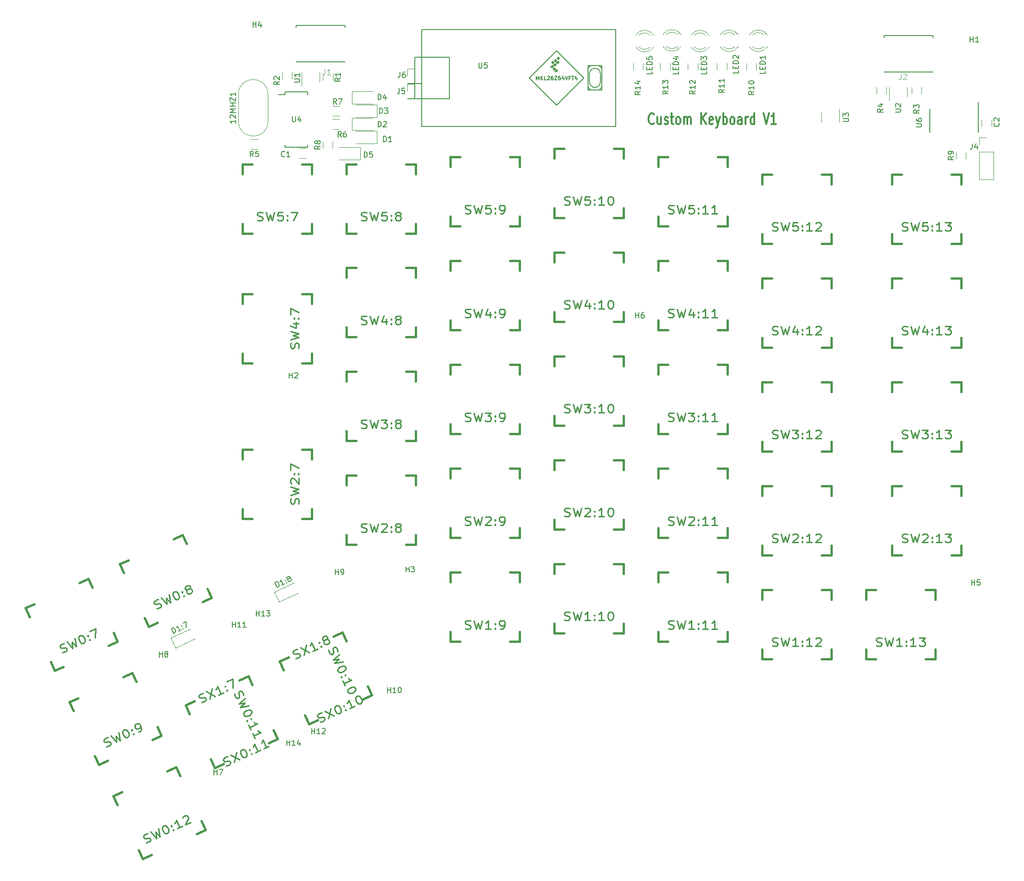
<source format=gto>
G04 #@! TF.GenerationSoftware,KiCad,Pcbnew,5.0.2+dfsg1-1*
G04 #@! TF.CreationDate,2021-01-12T18:46:28+01:00*
G04 #@! TF.ProjectId,ErgoDOX,4572676f-444f-4582-9e6b-696361645f70,rev?*
G04 #@! TF.SameCoordinates,Original*
G04 #@! TF.FileFunction,Legend,Top*
G04 #@! TF.FilePolarity,Positive*
%FSLAX46Y46*%
G04 Gerber Fmt 4.6, Leading zero omitted, Abs format (unit mm)*
G04 Created by KiCad (PCBNEW 5.0.2+dfsg1-1) date Tue 12 Jan 2021 06:46:28 PM CET*
%MOMM*%
%LPD*%
G01*
G04 APERTURE LIST*
%ADD10C,0.304800*%
%ADD11C,0.200000*%
%ADD12C,0.150000*%
%ADD13C,0.100000*%
%ADD14C,0.120000*%
%ADD15C,0.381000*%
%ADD16C,0.015000*%
%ADD17C,0.254000*%
G04 APERTURE END LIST*
D10*
X141456228Y-51271714D02*
X141383657Y-51368476D01*
X141165942Y-51465238D01*
X141020800Y-51465238D01*
X140803085Y-51368476D01*
X140657942Y-51174952D01*
X140585371Y-50981428D01*
X140512800Y-50594380D01*
X140512800Y-50304095D01*
X140585371Y-49917047D01*
X140657942Y-49723523D01*
X140803085Y-49530000D01*
X141020800Y-49433238D01*
X141165942Y-49433238D01*
X141383657Y-49530000D01*
X141456228Y-49626761D01*
X142762514Y-50110571D02*
X142762514Y-51465238D01*
X142109371Y-50110571D02*
X142109371Y-51174952D01*
X142181942Y-51368476D01*
X142327085Y-51465238D01*
X142544800Y-51465238D01*
X142689942Y-51368476D01*
X142762514Y-51271714D01*
X143415657Y-51368476D02*
X143560800Y-51465238D01*
X143851085Y-51465238D01*
X143996228Y-51368476D01*
X144068800Y-51174952D01*
X144068800Y-51078190D01*
X143996228Y-50884666D01*
X143851085Y-50787904D01*
X143633371Y-50787904D01*
X143488228Y-50691142D01*
X143415657Y-50497619D01*
X143415657Y-50400857D01*
X143488228Y-50207333D01*
X143633371Y-50110571D01*
X143851085Y-50110571D01*
X143996228Y-50207333D01*
X144504228Y-50110571D02*
X145084800Y-50110571D01*
X144721942Y-49433238D02*
X144721942Y-51174952D01*
X144794514Y-51368476D01*
X144939657Y-51465238D01*
X145084800Y-51465238D01*
X145810514Y-51465238D02*
X145665371Y-51368476D01*
X145592800Y-51271714D01*
X145520228Y-51078190D01*
X145520228Y-50497619D01*
X145592800Y-50304095D01*
X145665371Y-50207333D01*
X145810514Y-50110571D01*
X146028228Y-50110571D01*
X146173371Y-50207333D01*
X146245942Y-50304095D01*
X146318514Y-50497619D01*
X146318514Y-51078190D01*
X146245942Y-51271714D01*
X146173371Y-51368476D01*
X146028228Y-51465238D01*
X145810514Y-51465238D01*
X146971657Y-51465238D02*
X146971657Y-50110571D01*
X146971657Y-50304095D02*
X147044228Y-50207333D01*
X147189371Y-50110571D01*
X147407085Y-50110571D01*
X147552228Y-50207333D01*
X147624800Y-50400857D01*
X147624800Y-51465238D01*
X147624800Y-50400857D02*
X147697371Y-50207333D01*
X147842514Y-50110571D01*
X148060228Y-50110571D01*
X148205371Y-50207333D01*
X148277942Y-50400857D01*
X148277942Y-51465238D01*
X150164800Y-51465238D02*
X150164800Y-49433238D01*
X151035657Y-51465238D02*
X150382514Y-50304095D01*
X151035657Y-49433238D02*
X150164800Y-50594380D01*
X152269371Y-51368476D02*
X152124228Y-51465238D01*
X151833942Y-51465238D01*
X151688800Y-51368476D01*
X151616228Y-51174952D01*
X151616228Y-50400857D01*
X151688800Y-50207333D01*
X151833942Y-50110571D01*
X152124228Y-50110571D01*
X152269371Y-50207333D01*
X152341942Y-50400857D01*
X152341942Y-50594380D01*
X151616228Y-50787904D01*
X152849942Y-50110571D02*
X153212800Y-51465238D01*
X153575657Y-50110571D02*
X153212800Y-51465238D01*
X153067657Y-51949047D01*
X152995085Y-52045809D01*
X152849942Y-52142571D01*
X154156228Y-51465238D02*
X154156228Y-49433238D01*
X154156228Y-50207333D02*
X154301371Y-50110571D01*
X154591657Y-50110571D01*
X154736800Y-50207333D01*
X154809371Y-50304095D01*
X154881942Y-50497619D01*
X154881942Y-51078190D01*
X154809371Y-51271714D01*
X154736800Y-51368476D01*
X154591657Y-51465238D01*
X154301371Y-51465238D01*
X154156228Y-51368476D01*
X155752800Y-51465238D02*
X155607657Y-51368476D01*
X155535085Y-51271714D01*
X155462514Y-51078190D01*
X155462514Y-50497619D01*
X155535085Y-50304095D01*
X155607657Y-50207333D01*
X155752800Y-50110571D01*
X155970514Y-50110571D01*
X156115657Y-50207333D01*
X156188228Y-50304095D01*
X156260800Y-50497619D01*
X156260800Y-51078190D01*
X156188228Y-51271714D01*
X156115657Y-51368476D01*
X155970514Y-51465238D01*
X155752800Y-51465238D01*
X157567085Y-51465238D02*
X157567085Y-50400857D01*
X157494514Y-50207333D01*
X157349371Y-50110571D01*
X157059085Y-50110571D01*
X156913942Y-50207333D01*
X157567085Y-51368476D02*
X157421942Y-51465238D01*
X157059085Y-51465238D01*
X156913942Y-51368476D01*
X156841371Y-51174952D01*
X156841371Y-50981428D01*
X156913942Y-50787904D01*
X157059085Y-50691142D01*
X157421942Y-50691142D01*
X157567085Y-50594380D01*
X158292800Y-51465238D02*
X158292800Y-50110571D01*
X158292800Y-50497619D02*
X158365371Y-50304095D01*
X158437942Y-50207333D01*
X158583085Y-50110571D01*
X158728228Y-50110571D01*
X159889371Y-51465238D02*
X159889371Y-49433238D01*
X159889371Y-51368476D02*
X159744228Y-51465238D01*
X159453942Y-51465238D01*
X159308800Y-51368476D01*
X159236228Y-51271714D01*
X159163657Y-51078190D01*
X159163657Y-50497619D01*
X159236228Y-50304095D01*
X159308800Y-50207333D01*
X159453942Y-50110571D01*
X159744228Y-50110571D01*
X159889371Y-50207333D01*
X161558514Y-49433238D02*
X162066514Y-51465238D01*
X162574514Y-49433238D01*
X163880800Y-51465238D02*
X163009942Y-51465238D01*
X163445371Y-51465238D02*
X163445371Y-49433238D01*
X163300228Y-49723523D01*
X163155085Y-49917047D01*
X163009942Y-50013809D01*
D11*
G04 #@! TO.C,J2*
X183662800Y-35161400D02*
X183662800Y-35511400D01*
X192612800Y-35161400D02*
X183662800Y-35161400D01*
X192612800Y-35511400D02*
X192612800Y-35161400D01*
X192612800Y-41821400D02*
X183662800Y-41821400D01*
D12*
G04 #@! TO.C,U5*
X129899500Y-45176000D02*
X129399500Y-44676000D01*
X129349500Y-45176000D02*
X129899500Y-45176000D01*
X131899500Y-44676000D02*
X131399500Y-45176000D01*
X129399500Y-41176000D02*
X129899500Y-40676000D01*
X131399500Y-40676000D02*
X129899500Y-40676000D01*
X131899500Y-41176000D02*
X131399500Y-40676000D01*
X131649500Y-43676000D02*
X131649500Y-42176000D01*
X129649500Y-42176000D02*
X129649500Y-43676000D01*
X123649500Y-47926000D02*
X128649500Y-42926000D01*
X118649500Y-42926000D02*
X123649500Y-47926000D01*
X123649500Y-37926000D02*
X118649500Y-42926000D01*
X128649500Y-42926000D02*
X123649500Y-37926000D01*
X98869500Y-46736000D02*
X97599500Y-46736000D01*
X97599500Y-46736000D02*
X97599500Y-39116000D01*
X97599500Y-39116000D02*
X98869500Y-39116000D01*
X103949500Y-46736000D02*
X103949500Y-39116000D01*
X103949500Y-39116000D02*
X98869500Y-39116000D01*
X103949500Y-46736000D02*
X98869500Y-46736000D01*
X131899500Y-40676000D02*
X131889500Y-45176000D01*
X131889500Y-45176000D02*
X129349500Y-45176000D01*
X129349500Y-45176000D02*
X129349500Y-40676000D01*
X129349500Y-40676000D02*
X131889500Y-40676000D01*
X98869500Y-34036000D02*
X134429500Y-34036000D01*
X134429500Y-34036000D02*
X134429500Y-51816000D01*
X134429500Y-51816000D02*
X98869500Y-51816000D01*
X98869500Y-51816000D02*
X98869500Y-34036000D01*
D13*
G36*
X122836500Y-40347000D02*
X122582500Y-40093000D01*
X122963500Y-39839000D01*
X123217500Y-40093000D01*
X122836500Y-40347000D01*
G37*
X122836500Y-40347000D02*
X122582500Y-40093000D01*
X122963500Y-39839000D01*
X123217500Y-40093000D01*
X122836500Y-40347000D01*
G36*
X123217500Y-40728000D02*
X122963500Y-40474000D01*
X123344500Y-40220000D01*
X123598500Y-40474000D01*
X123217500Y-40728000D01*
G37*
X123217500Y-40728000D02*
X122963500Y-40474000D01*
X123344500Y-40220000D01*
X123598500Y-40474000D01*
X123217500Y-40728000D01*
G36*
X123852500Y-39585000D02*
X123598500Y-39331000D01*
X123979500Y-39077000D01*
X124233500Y-39331000D01*
X123852500Y-39585000D01*
G37*
X123852500Y-39585000D02*
X123598500Y-39331000D01*
X123979500Y-39077000D01*
X124233500Y-39331000D01*
X123852500Y-39585000D01*
G36*
X123090500Y-41490000D02*
X122836500Y-41236000D01*
X123217500Y-40982000D01*
X123471500Y-41236000D01*
X123090500Y-41490000D01*
G37*
X123090500Y-41490000D02*
X122836500Y-41236000D01*
X123217500Y-40982000D01*
X123471500Y-41236000D01*
X123090500Y-41490000D01*
G36*
X123344500Y-39966000D02*
X123090500Y-39712000D01*
X123471500Y-39458000D01*
X123725500Y-39712000D01*
X123344500Y-39966000D01*
G37*
X123344500Y-39966000D02*
X123090500Y-39712000D01*
X123471500Y-39458000D01*
X123725500Y-39712000D01*
X123344500Y-39966000D01*
G36*
X123471500Y-41871000D02*
X123217500Y-41617000D01*
X123598500Y-41363000D01*
X123852500Y-41617000D01*
X123471500Y-41871000D01*
G37*
X123471500Y-41871000D02*
X123217500Y-41617000D01*
X123598500Y-41363000D01*
X123852500Y-41617000D01*
X123471500Y-41871000D01*
G36*
X122709500Y-41109000D02*
X122455500Y-40855000D01*
X122836500Y-40601000D01*
X123090500Y-40855000D01*
X122709500Y-41109000D01*
G37*
X122709500Y-41109000D02*
X122455500Y-40855000D01*
X122836500Y-40601000D01*
X123090500Y-40855000D01*
X122709500Y-41109000D01*
G36*
X123725500Y-40347000D02*
X123471500Y-40093000D01*
X123852500Y-39839000D01*
X124106500Y-40093000D01*
X123725500Y-40347000D01*
G37*
X123725500Y-40347000D02*
X123471500Y-40093000D01*
X123852500Y-39839000D01*
X124106500Y-40093000D01*
X123725500Y-40347000D01*
D12*
X129649500Y-42176000D02*
G75*
G02X131649500Y-42176000I1000000J0D01*
G01*
X131649500Y-43676000D02*
G75*
G02X129649500Y-43676000I-1000000J0D01*
G01*
D14*
G04 #@! TO.C,J5*
X96269500Y-44072500D02*
X97599500Y-44072500D01*
X96269500Y-45402500D02*
X96269500Y-44072500D01*
X96269500Y-46672500D02*
X98929500Y-46672500D01*
X98929500Y-46672500D02*
X98929500Y-46732500D01*
X96269500Y-46672500D02*
X96269500Y-46732500D01*
X96269500Y-46732500D02*
X98929500Y-46732500D01*
G04 #@! TO.C,J6*
X96269500Y-43938500D02*
X98929500Y-43938500D01*
X96269500Y-43878500D02*
X96269500Y-43938500D01*
X98929500Y-43878500D02*
X98929500Y-43938500D01*
X96269500Y-43878500D02*
X98929500Y-43878500D01*
X96269500Y-42608500D02*
X96269500Y-41278500D01*
X96269500Y-41278500D02*
X97599500Y-41278500D01*
G04 #@! TO.C,D1:7*
X52909020Y-145693417D02*
X56443621Y-144045206D01*
X53754257Y-147506033D02*
X57288857Y-145857822D01*
X52909020Y-145693417D02*
X53754257Y-147506033D01*
G04 #@! TO.C,D1:8*
X71896689Y-137268083D02*
X72741926Y-139080699D01*
X72741926Y-139080699D02*
X76276526Y-137432488D01*
X71896689Y-137268083D02*
X75431290Y-135619872D01*
D15*
G04 #@! TO.C,SW1:9*
X104140000Y-135455660D02*
X104140000Y-133677660D01*
X104140000Y-146377660D02*
X104140000Y-144599660D01*
X105918000Y-146377660D02*
X104140000Y-146377660D01*
X116840000Y-146377660D02*
X115062000Y-146377660D01*
X116840000Y-144599660D02*
X116840000Y-146377660D01*
X116840000Y-133677660D02*
X116840000Y-135455660D01*
X115062000Y-133677660D02*
X116840000Y-133677660D01*
X104140000Y-133677660D02*
X105918000Y-133677660D01*
G04 #@! TO.C,SW0:10*
X79842847Y-160752745D02*
X78231432Y-161504160D01*
X89741540Y-156136908D02*
X88130125Y-156888324D01*
X88990125Y-154525493D02*
X89741540Y-156136908D01*
X84374288Y-144626800D02*
X85125704Y-146238215D01*
X82762873Y-145378215D02*
X84374288Y-144626800D01*
X72864180Y-149994052D02*
X74475595Y-149242636D01*
X73615595Y-151605467D02*
X72864180Y-149994052D01*
X78231432Y-161504160D02*
X77480016Y-159892745D01*
G04 #@! TO.C,SW1:13*
X180340000Y-136852660D02*
X182118000Y-136852660D01*
X191262000Y-136852660D02*
X193040000Y-136852660D01*
X193040000Y-136852660D02*
X193040000Y-138630660D01*
X193040000Y-147774660D02*
X193040000Y-149552660D01*
X193040000Y-149552660D02*
X191262000Y-149552660D01*
X182118000Y-149552660D02*
X180340000Y-149552660D01*
X180340000Y-149552660D02*
X180340000Y-147774660D01*
X180340000Y-138630660D02*
X180340000Y-136852660D01*
G04 #@! TO.C,SW2:13*
X185102500Y-117802660D02*
X186880500Y-117802660D01*
X196024500Y-117802660D02*
X197802500Y-117802660D01*
X197802500Y-117802660D02*
X197802500Y-119580660D01*
X197802500Y-128724660D02*
X197802500Y-130502660D01*
X197802500Y-130502660D02*
X196024500Y-130502660D01*
X186880500Y-130502660D02*
X185102500Y-130502660D01*
X185102500Y-130502660D02*
X185102500Y-128724660D01*
X185102500Y-119580660D02*
X185102500Y-117802660D01*
G04 #@! TO.C,SW3:13*
X185102500Y-100530660D02*
X185102500Y-98752660D01*
X185102500Y-111452660D02*
X185102500Y-109674660D01*
X186880500Y-111452660D02*
X185102500Y-111452660D01*
X197802500Y-111452660D02*
X196024500Y-111452660D01*
X197802500Y-109674660D02*
X197802500Y-111452660D01*
X197802500Y-98752660D02*
X197802500Y-100530660D01*
X196024500Y-98752660D02*
X197802500Y-98752660D01*
X185102500Y-98752660D02*
X186880500Y-98752660D01*
G04 #@! TO.C,SW4:13*
X185102500Y-81480660D02*
X185102500Y-79702660D01*
X185102500Y-92402660D02*
X185102500Y-90624660D01*
X186880500Y-92402660D02*
X185102500Y-92402660D01*
X197802500Y-92402660D02*
X196024500Y-92402660D01*
X197802500Y-90624660D02*
X197802500Y-92402660D01*
X197802500Y-79702660D02*
X197802500Y-81480660D01*
X196024500Y-79702660D02*
X197802500Y-79702660D01*
X185102500Y-79702660D02*
X186880500Y-79702660D01*
G04 #@! TO.C,SW5:13*
X185102500Y-60655200D02*
X186880500Y-60655200D01*
X196024500Y-60655200D02*
X197802500Y-60655200D01*
X197802500Y-60655200D02*
X197802500Y-62433200D01*
X197802500Y-71577200D02*
X197802500Y-73355200D01*
X197802500Y-73355200D02*
X196024500Y-73355200D01*
X186880500Y-73355200D02*
X185102500Y-73355200D01*
X185102500Y-73355200D02*
X185102500Y-71577200D01*
X185102500Y-62433200D02*
X185102500Y-60655200D01*
D14*
G04 #@! TO.C,C1*
X77688064Y-55833600D02*
X76483936Y-55833600D01*
X77688064Y-57653600D02*
X76483936Y-57653600D01*
G04 #@! TO.C,C2*
X201535114Y-51812019D02*
X201535114Y-50607891D01*
X203355114Y-51812019D02*
X203355114Y-50607891D01*
G04 #@! TO.C,J4*
X201051614Y-61620455D02*
X203711614Y-61620455D01*
X201051614Y-56480455D02*
X201051614Y-61620455D01*
X203711614Y-56480455D02*
X203711614Y-61620455D01*
X201051614Y-56480455D02*
X203711614Y-56480455D01*
X201051614Y-55210455D02*
X201051614Y-53880455D01*
X201051614Y-53880455D02*
X202381614Y-53880455D01*
G04 #@! TO.C,12MHZ1*
X65312928Y-50925038D02*
X65312928Y-45925038D01*
X70712928Y-50925038D02*
X70712928Y-45925038D01*
X70712928Y-50925038D02*
G75*
G02X65312928Y-50925038I-2700000J0D01*
G01*
X70712928Y-45925038D02*
G75*
G03X65312928Y-45925038I-2700000J0D01*
G01*
G04 #@! TO.C,D1*
X86796428Y-54981038D02*
X90681428Y-54981038D01*
X90681428Y-54981038D02*
X90681428Y-52711038D01*
X90681428Y-52711038D02*
X86796428Y-52711038D01*
G04 #@! TO.C,D2*
X86111428Y-52568038D02*
X89996428Y-52568038D01*
X86111428Y-50298038D02*
X86111428Y-52568038D01*
X89996428Y-50298038D02*
X86111428Y-50298038D01*
G04 #@! TO.C,D3*
X86796428Y-50155038D02*
X90681428Y-50155038D01*
X90681428Y-50155038D02*
X90681428Y-47885038D01*
X90681428Y-47885038D02*
X86796428Y-47885038D01*
G04 #@! TO.C,D4*
X86111428Y-47678538D02*
X89996428Y-47678538D01*
X86111428Y-45408538D02*
X86111428Y-47678538D01*
X89996428Y-45408538D02*
X86111428Y-45408538D01*
G04 #@! TO.C,D5*
X83748428Y-57965538D02*
X87633428Y-57965538D01*
X87633428Y-57965538D02*
X87633428Y-55695538D01*
X87633428Y-55695538D02*
X83748428Y-55695538D01*
G04 #@! TO.C,LED4*
X146452335Y-34989392D02*
G75*
G03X143220000Y-34832484I-1672335J-1078608D01*
G01*
X146452335Y-37146608D02*
G75*
G02X143220000Y-37303516I-1672335J1078608D01*
G01*
X145821130Y-34988163D02*
G75*
G03X143739039Y-34988000I-1041130J-1079837D01*
G01*
X145821130Y-37147837D02*
G75*
G02X143739039Y-37148000I-1041130J1079837D01*
G01*
X143220000Y-34832000D02*
X143220000Y-34988000D01*
X143220000Y-37148000D02*
X143220000Y-37304000D01*
G04 #@! TO.C,LED1*
X159031500Y-37211500D02*
X159031500Y-37367500D01*
X159031500Y-34895500D02*
X159031500Y-35051500D01*
X161632630Y-37211337D02*
G75*
G02X159550539Y-37211500I-1041130J1079837D01*
G01*
X161632630Y-35051663D02*
G75*
G03X159550539Y-35051500I-1041130J-1079837D01*
G01*
X162263835Y-37210108D02*
G75*
G02X159031500Y-37367016I-1672335J1078608D01*
G01*
X162263835Y-35052892D02*
G75*
G03X159031500Y-34895984I-1672335J-1078608D01*
G01*
G04 #@! TO.C,LED3*
X151595835Y-35116392D02*
G75*
G03X148363500Y-34959484I-1672335J-1078608D01*
G01*
X151595835Y-37273608D02*
G75*
G02X148363500Y-37430516I-1672335J1078608D01*
G01*
X150964630Y-35115163D02*
G75*
G03X148882539Y-35115000I-1041130J-1079837D01*
G01*
X150964630Y-37274837D02*
G75*
G02X148882539Y-37275000I-1041130J1079837D01*
G01*
X148363500Y-34959000D02*
X148363500Y-35115000D01*
X148363500Y-37275000D02*
X148363500Y-37431000D01*
G04 #@! TO.C,LED5*
X138203500Y-37275000D02*
X138203500Y-37431000D01*
X138203500Y-34959000D02*
X138203500Y-35115000D01*
X140804630Y-37274837D02*
G75*
G02X138722539Y-37275000I-1041130J1079837D01*
G01*
X140804630Y-35115163D02*
G75*
G03X138722539Y-35115000I-1041130J-1079837D01*
G01*
X141435835Y-37273608D02*
G75*
G02X138203500Y-37430516I-1672335J1078608D01*
G01*
X141435835Y-35116392D02*
G75*
G03X138203500Y-34959484I-1672335J-1078608D01*
G01*
G04 #@! TO.C,LED2*
X156929835Y-35052892D02*
G75*
G03X153697500Y-34895984I-1672335J-1078608D01*
G01*
X156929835Y-37210108D02*
G75*
G02X153697500Y-37367016I-1672335J1078608D01*
G01*
X156298630Y-35051663D02*
G75*
G03X154216539Y-35051500I-1041130J-1079837D01*
G01*
X156298630Y-37211337D02*
G75*
G02X154216539Y-37211500I-1041130J1079837D01*
G01*
X153697500Y-34895500D02*
X153697500Y-35051500D01*
X153697500Y-37211500D02*
X153697500Y-37367500D01*
D12*
G04 #@! TO.C,U6*
X200926114Y-48753955D02*
X200901114Y-48753955D01*
X200926114Y-52903955D02*
X200811114Y-52903955D01*
X192026114Y-52903955D02*
X192141114Y-52903955D01*
X192026114Y-48753955D02*
X192141114Y-48753955D01*
X200926114Y-48753955D02*
X200926114Y-52903955D01*
X192026114Y-48753955D02*
X192026114Y-52903955D01*
X200901114Y-48753955D02*
X200901114Y-47378955D01*
G04 #@! TO.C,U4*
X73811928Y-45527538D02*
X73811928Y-46007538D01*
X77961928Y-45527538D02*
X77961928Y-46007538D01*
X77961928Y-55687538D02*
X77961928Y-55207538D01*
X73811928Y-55687538D02*
X73811928Y-55207538D01*
X73811928Y-45527538D02*
X77961928Y-45527538D01*
X73811928Y-55687538D02*
X77961928Y-55687538D01*
X73811928Y-46007538D02*
X72686928Y-46007538D01*
D14*
G04 #@! TO.C,U1*
X80146800Y-43711700D02*
X80146800Y-41911700D01*
X76926800Y-41911700D02*
X76926800Y-44361700D01*
G04 #@! TO.C,U2*
X184622800Y-44667600D02*
X184622800Y-47117600D01*
X187842800Y-46467600D02*
X187842800Y-44667600D01*
G04 #@! TO.C,U3*
X172176800Y-49290400D02*
X172176800Y-51090400D01*
X175396800Y-51090400D02*
X175396800Y-48640400D01*
G04 #@! TO.C,R6*
X83727992Y-50523038D02*
X82523864Y-50523038D01*
X83727992Y-52343038D02*
X82523864Y-52343038D01*
G04 #@! TO.C,R1*
X82621800Y-42209636D02*
X82621800Y-43413764D01*
X80801800Y-42209636D02*
X80801800Y-43413764D01*
G04 #@! TO.C,R8*
X82575428Y-55845102D02*
X82575428Y-54640974D01*
X80755428Y-55845102D02*
X80755428Y-54640974D01*
G04 #@! TO.C,R2*
X75128800Y-41892136D02*
X75128800Y-43096264D01*
X73308800Y-41892136D02*
X73308800Y-43096264D01*
G04 #@! TO.C,R3*
X188726400Y-44660736D02*
X188726400Y-45864864D01*
X190546400Y-44660736D02*
X190546400Y-45864864D01*
G04 #@! TO.C,R4*
X184094800Y-44660736D02*
X184094800Y-45864864D01*
X182274800Y-44660736D02*
X182274800Y-45864864D01*
G04 #@! TO.C,R5*
X68805492Y-54206038D02*
X67601364Y-54206038D01*
X68805492Y-56026038D02*
X67601364Y-56026038D01*
G04 #@! TO.C,R7*
X83791492Y-49930038D02*
X82587364Y-49930038D01*
X83791492Y-48110038D02*
X82587364Y-48110038D01*
G04 #@! TO.C,R9*
X198656114Y-57781019D02*
X198656114Y-56576891D01*
X196836114Y-57781019D02*
X196836114Y-56576891D01*
G04 #@! TO.C,R10*
X158411500Y-41432564D02*
X158411500Y-40228436D01*
X160231500Y-41432564D02*
X160231500Y-40228436D01*
G04 #@! TO.C,R11*
X154834000Y-41432564D02*
X154834000Y-40228436D01*
X153014000Y-41432564D02*
X153014000Y-40228436D01*
G04 #@! TO.C,R12*
X147680000Y-41432564D02*
X147680000Y-40228436D01*
X149500000Y-41432564D02*
X149500000Y-40228436D01*
G04 #@! TO.C,R14*
X139467000Y-41432564D02*
X139467000Y-40228436D01*
X137647000Y-41432564D02*
X137647000Y-40228436D01*
G04 #@! TO.C,R13*
X142600000Y-41432564D02*
X142600000Y-40228436D01*
X144420000Y-41432564D02*
X144420000Y-40228436D01*
D11*
G04 #@! TO.C,J1*
X84853300Y-39967200D02*
X75903300Y-39967200D01*
X84853300Y-33657200D02*
X84853300Y-33307200D01*
X84853300Y-33307200D02*
X75903300Y-33307200D01*
X75903300Y-33307200D02*
X75903300Y-33657200D01*
D15*
G04 #@! TO.C,SW5:8*
X85090000Y-60528200D02*
X85090000Y-58750200D01*
X85090000Y-71450200D02*
X85090000Y-69672200D01*
X86868000Y-71450200D02*
X85090000Y-71450200D01*
X97790000Y-71450200D02*
X96012000Y-71450200D01*
X97790000Y-69672200D02*
X97790000Y-71450200D01*
X97790000Y-58750200D02*
X97790000Y-60528200D01*
X96012000Y-58750200D02*
X97790000Y-58750200D01*
X85090000Y-58750200D02*
X86868000Y-58750200D01*
G04 #@! TO.C,SW4:11*
X142240000Y-78305660D02*
X142240000Y-76527660D01*
X142240000Y-89227660D02*
X142240000Y-87449660D01*
X144018000Y-89227660D02*
X142240000Y-89227660D01*
X154940000Y-89227660D02*
X153162000Y-89227660D01*
X154940000Y-87449660D02*
X154940000Y-89227660D01*
X154940000Y-76527660D02*
X154940000Y-78305660D01*
X153162000Y-76527660D02*
X154940000Y-76527660D01*
X142240000Y-76527660D02*
X144018000Y-76527660D01*
G04 #@! TO.C,SW0:11*
X62578467Y-168804545D02*
X60967052Y-169555960D01*
X72477160Y-164188708D02*
X70865745Y-164940124D01*
X71725745Y-162577293D02*
X72477160Y-164188708D01*
X67109908Y-152678600D02*
X67861324Y-154290015D01*
X65498493Y-153430015D02*
X67109908Y-152678600D01*
X55599800Y-158045852D02*
X57211215Y-157294436D01*
X56351215Y-159657267D02*
X55599800Y-158045852D01*
X60967052Y-169555960D02*
X60215636Y-167944545D01*
G04 #@! TO.C,SW1:10*
X123190000Y-133858000D02*
X123190000Y-132080000D01*
X123190000Y-144780000D02*
X123190000Y-143002000D01*
X124968000Y-144780000D02*
X123190000Y-144780000D01*
X135890000Y-144780000D02*
X134112000Y-144780000D01*
X135890000Y-143002000D02*
X135890000Y-144780000D01*
X135890000Y-132080000D02*
X135890000Y-133858000D01*
X134112000Y-132080000D02*
X135890000Y-132080000D01*
X123190000Y-132080000D02*
X124968000Y-132080000D01*
G04 #@! TO.C,SW1:12*
X161290000Y-138630660D02*
X161290000Y-136852660D01*
X161290000Y-149552660D02*
X161290000Y-147774660D01*
X163068000Y-149552660D02*
X161290000Y-149552660D01*
X173990000Y-149552660D02*
X172212000Y-149552660D01*
X173990000Y-147774660D02*
X173990000Y-149552660D01*
X173990000Y-136852660D02*
X173990000Y-138630660D01*
X172212000Y-136852660D02*
X173990000Y-136852660D01*
X161290000Y-136852660D02*
X163068000Y-136852660D01*
G04 #@! TO.C,SW2:8*
X85090000Y-117675660D02*
X85090000Y-115897660D01*
X85090000Y-128597660D02*
X85090000Y-126819660D01*
X86868000Y-128597660D02*
X85090000Y-128597660D01*
X97790000Y-128597660D02*
X96012000Y-128597660D01*
X97790000Y-126819660D02*
X97790000Y-128597660D01*
X97790000Y-115897660D02*
X97790000Y-117675660D01*
X96012000Y-115897660D02*
X97790000Y-115897660D01*
X85090000Y-115897660D02*
X86868000Y-115897660D01*
G04 #@! TO.C,SW2:9*
X104140000Y-116405660D02*
X104140000Y-114627660D01*
X104140000Y-127327660D02*
X104140000Y-125549660D01*
X105918000Y-127327660D02*
X104140000Y-127327660D01*
X116840000Y-127327660D02*
X115062000Y-127327660D01*
X116840000Y-125549660D02*
X116840000Y-127327660D01*
X116840000Y-114627660D02*
X116840000Y-116405660D01*
X115062000Y-114627660D02*
X116840000Y-114627660D01*
X104140000Y-114627660D02*
X105918000Y-114627660D01*
G04 #@! TO.C,SW2:10*
X123190000Y-114808000D02*
X123190000Y-113030000D01*
X123190000Y-125730000D02*
X123190000Y-123952000D01*
X124968000Y-125730000D02*
X123190000Y-125730000D01*
X135890000Y-125730000D02*
X134112000Y-125730000D01*
X135890000Y-123952000D02*
X135890000Y-125730000D01*
X135890000Y-113030000D02*
X135890000Y-114808000D01*
X134112000Y-113030000D02*
X135890000Y-113030000D01*
X123190000Y-113030000D02*
X124968000Y-113030000D01*
G04 #@! TO.C,SW2:11*
X142240000Y-116405660D02*
X142240000Y-114627660D01*
X142240000Y-127327660D02*
X142240000Y-125549660D01*
X144018000Y-127327660D02*
X142240000Y-127327660D01*
X154940000Y-127327660D02*
X153162000Y-127327660D01*
X154940000Y-125549660D02*
X154940000Y-127327660D01*
X154940000Y-114627660D02*
X154940000Y-116405660D01*
X153162000Y-114627660D02*
X154940000Y-114627660D01*
X142240000Y-114627660D02*
X144018000Y-114627660D01*
G04 #@! TO.C,SW2:12*
X161290000Y-119580660D02*
X161290000Y-117802660D01*
X161290000Y-130502660D02*
X161290000Y-128724660D01*
X163068000Y-130502660D02*
X161290000Y-130502660D01*
X173990000Y-130502660D02*
X172212000Y-130502660D01*
X173990000Y-128724660D02*
X173990000Y-130502660D01*
X173990000Y-117802660D02*
X173990000Y-119580660D01*
X172212000Y-117802660D02*
X173990000Y-117802660D01*
X161290000Y-117802660D02*
X163068000Y-117802660D01*
G04 #@! TO.C,SW3:8*
X85090000Y-98625660D02*
X85090000Y-96847660D01*
X85090000Y-109547660D02*
X85090000Y-107769660D01*
X86868000Y-109547660D02*
X85090000Y-109547660D01*
X97790000Y-109547660D02*
X96012000Y-109547660D01*
X97790000Y-107769660D02*
X97790000Y-109547660D01*
X97790000Y-96847660D02*
X97790000Y-98625660D01*
X96012000Y-96847660D02*
X97790000Y-96847660D01*
X85090000Y-96847660D02*
X86868000Y-96847660D01*
G04 #@! TO.C,SW3:9*
X104140000Y-97355660D02*
X104140000Y-95577660D01*
X104140000Y-108277660D02*
X104140000Y-106499660D01*
X105918000Y-108277660D02*
X104140000Y-108277660D01*
X116840000Y-108277660D02*
X115062000Y-108277660D01*
X116840000Y-106499660D02*
X116840000Y-108277660D01*
X116840000Y-95577660D02*
X116840000Y-97355660D01*
X115062000Y-95577660D02*
X116840000Y-95577660D01*
X104140000Y-95577660D02*
X105918000Y-95577660D01*
G04 #@! TO.C,SW3:10*
X123190000Y-95758000D02*
X123190000Y-93980000D01*
X123190000Y-106680000D02*
X123190000Y-104902000D01*
X124968000Y-106680000D02*
X123190000Y-106680000D01*
X135890000Y-106680000D02*
X134112000Y-106680000D01*
X135890000Y-104902000D02*
X135890000Y-106680000D01*
X135890000Y-93980000D02*
X135890000Y-95758000D01*
X134112000Y-93980000D02*
X135890000Y-93980000D01*
X123190000Y-93980000D02*
X124968000Y-93980000D01*
G04 #@! TO.C,SW3:11*
X142240000Y-97355660D02*
X142240000Y-95577660D01*
X142240000Y-108277660D02*
X142240000Y-106499660D01*
X144018000Y-108277660D02*
X142240000Y-108277660D01*
X154940000Y-108277660D02*
X153162000Y-108277660D01*
X154940000Y-106499660D02*
X154940000Y-108277660D01*
X154940000Y-95577660D02*
X154940000Y-97355660D01*
X153162000Y-95577660D02*
X154940000Y-95577660D01*
X142240000Y-95577660D02*
X144018000Y-95577660D01*
G04 #@! TO.C,SW4:9*
X104140000Y-78305660D02*
X104140000Y-76527660D01*
X104140000Y-89227660D02*
X104140000Y-87449660D01*
X105918000Y-89227660D02*
X104140000Y-89227660D01*
X116840000Y-89227660D02*
X115062000Y-89227660D01*
X116840000Y-87449660D02*
X116840000Y-89227660D01*
X116840000Y-76527660D02*
X116840000Y-78305660D01*
X115062000Y-76527660D02*
X116840000Y-76527660D01*
X104140000Y-76527660D02*
X105918000Y-76527660D01*
G04 #@! TO.C,SW4:10*
X123190000Y-76708000D02*
X123190000Y-74930000D01*
X123190000Y-87630000D02*
X123190000Y-85852000D01*
X124968000Y-87630000D02*
X123190000Y-87630000D01*
X135890000Y-87630000D02*
X134112000Y-87630000D01*
X135890000Y-85852000D02*
X135890000Y-87630000D01*
X135890000Y-74930000D02*
X135890000Y-76708000D01*
X134112000Y-74930000D02*
X135890000Y-74930000D01*
X123190000Y-74930000D02*
X124968000Y-74930000D01*
G04 #@! TO.C,SW4:12*
X161290000Y-81480660D02*
X161290000Y-79702660D01*
X161290000Y-92402660D02*
X161290000Y-90624660D01*
X163068000Y-92402660D02*
X161290000Y-92402660D01*
X173990000Y-92402660D02*
X172212000Y-92402660D01*
X173990000Y-90624660D02*
X173990000Y-92402660D01*
X173990000Y-79702660D02*
X173990000Y-81480660D01*
X172212000Y-79702660D02*
X173990000Y-79702660D01*
X161290000Y-79702660D02*
X163068000Y-79702660D01*
G04 #@! TO.C,SW1:11*
X142240000Y-135455660D02*
X142240000Y-133677660D01*
X142240000Y-146377660D02*
X142240000Y-144599660D01*
X144018000Y-146377660D02*
X142240000Y-146377660D01*
X154940000Y-146377660D02*
X153162000Y-146377660D01*
X154940000Y-144599660D02*
X154940000Y-146377660D01*
X154940000Y-133677660D02*
X154940000Y-135455660D01*
X153162000Y-133677660D02*
X154940000Y-133677660D01*
X142240000Y-133677660D02*
X144018000Y-133677660D01*
G04 #@! TO.C,SW5:9*
X104140000Y-59255660D02*
X104140000Y-57477660D01*
X104140000Y-70177660D02*
X104140000Y-68399660D01*
X105918000Y-70177660D02*
X104140000Y-70177660D01*
X116840000Y-70177660D02*
X115062000Y-70177660D01*
X116840000Y-68399660D02*
X116840000Y-70177660D01*
X116840000Y-57477660D02*
X116840000Y-59255660D01*
X115062000Y-57477660D02*
X116840000Y-57477660D01*
X104140000Y-57477660D02*
X105918000Y-57477660D01*
G04 #@! TO.C,SW5:10*
X123190000Y-57658000D02*
X123190000Y-55880000D01*
X123190000Y-68580000D02*
X123190000Y-66802000D01*
X124968000Y-68580000D02*
X123190000Y-68580000D01*
X135890000Y-68580000D02*
X134112000Y-68580000D01*
X135890000Y-66802000D02*
X135890000Y-68580000D01*
X135890000Y-55880000D02*
X135890000Y-57658000D01*
X134112000Y-55880000D02*
X135890000Y-55880000D01*
X123190000Y-55880000D02*
X124968000Y-55880000D01*
G04 #@! TO.C,SW5:11*
X142240000Y-59255660D02*
X142240000Y-57477660D01*
X142240000Y-70177660D02*
X142240000Y-68399660D01*
X144018000Y-70177660D02*
X142240000Y-70177660D01*
X154940000Y-70177660D02*
X153162000Y-70177660D01*
X154940000Y-68399660D02*
X154940000Y-70177660D01*
X154940000Y-57477660D02*
X154940000Y-59255660D01*
X153162000Y-57477660D02*
X154940000Y-57477660D01*
X142240000Y-57477660D02*
X144018000Y-57477660D01*
G04 #@! TO.C,SW5:12*
X161290000Y-62433200D02*
X161290000Y-60655200D01*
X161290000Y-73355200D02*
X161290000Y-71577200D01*
X163068000Y-73355200D02*
X161290000Y-73355200D01*
X173990000Y-73355200D02*
X172212000Y-73355200D01*
X173990000Y-71577200D02*
X173990000Y-73355200D01*
X173990000Y-60655200D02*
X173990000Y-62433200D01*
X172212000Y-60655200D02*
X173990000Y-60655200D01*
X161290000Y-60655200D02*
X163068000Y-60655200D01*
G04 #@! TO.C,SW0:8*
X44276055Y-133759427D02*
X43524640Y-132148012D01*
X48891892Y-143658120D02*
X48140476Y-142046705D01*
X50503307Y-142906705D02*
X48891892Y-143658120D01*
X60402000Y-138290868D02*
X58790585Y-139042284D01*
X59650585Y-136679453D02*
X60402000Y-138290868D01*
X55034748Y-126780760D02*
X55786164Y-128392175D01*
X53423333Y-127532175D02*
X55034748Y-126780760D01*
X43524640Y-132148012D02*
X45136055Y-131396596D01*
G04 #@! TO.C,SW0:7*
X27011675Y-141808687D02*
X26260260Y-140197272D01*
X31627512Y-151707380D02*
X30876096Y-150095965D01*
X33238927Y-150955965D02*
X31627512Y-151707380D01*
X43137620Y-146340128D02*
X41526205Y-147091544D01*
X42386205Y-144728713D02*
X43137620Y-146340128D01*
X37770368Y-134830020D02*
X38521784Y-136441435D01*
X36158953Y-135581435D02*
X37770368Y-134830020D01*
X26260260Y-140197272D02*
X27871675Y-139445856D01*
G04 #@! TO.C,SW0:12*
X43112735Y-176339987D02*
X42361320Y-174728572D01*
X47728572Y-186238680D02*
X46977156Y-184627265D01*
X49339987Y-185487265D02*
X47728572Y-186238680D01*
X59238680Y-180871428D02*
X57627265Y-181622844D01*
X58487265Y-179260013D02*
X59238680Y-180871428D01*
X53871428Y-169361320D02*
X54622844Y-170972735D01*
X52260013Y-170112735D02*
X53871428Y-169361320D01*
X42361320Y-174728572D02*
X43972735Y-173977156D01*
G04 #@! TO.C,SW0:9*
X35060935Y-159073067D02*
X34309520Y-157461652D01*
X39676772Y-168971760D02*
X38925356Y-167360345D01*
X41288187Y-168220345D02*
X39676772Y-168971760D01*
X51186880Y-163604508D02*
X49575465Y-164355924D01*
X50435465Y-161993093D02*
X51186880Y-163604508D01*
X45819628Y-152094400D02*
X46571044Y-153705815D01*
X44208213Y-152845815D02*
X45819628Y-152094400D01*
X34309520Y-157461652D02*
X35920935Y-156710236D01*
G04 #@! TO.C,SW4:8*
X85090000Y-79575660D02*
X85090000Y-77797660D01*
X85090000Y-90497660D02*
X85090000Y-88719660D01*
X86868000Y-90497660D02*
X85090000Y-90497660D01*
X97790000Y-90497660D02*
X96012000Y-90497660D01*
X97790000Y-88719660D02*
X97790000Y-90497660D01*
X97790000Y-77797660D02*
X97790000Y-79575660D01*
X96012000Y-77797660D02*
X97790000Y-77797660D01*
X85090000Y-77797660D02*
X86868000Y-77797660D01*
G04 #@! TO.C,SW2:7*
X67818000Y-123835160D02*
X66040000Y-123835160D01*
X78740000Y-123835160D02*
X76962000Y-123835160D01*
X78740000Y-122057160D02*
X78740000Y-123835160D01*
X78740000Y-111135160D02*
X78740000Y-112913160D01*
X76962000Y-111135160D02*
X78740000Y-111135160D01*
X66040000Y-111135160D02*
X67818000Y-111135160D01*
X66040000Y-112913160D02*
X66040000Y-111135160D01*
X66040000Y-123835160D02*
X66040000Y-122057160D01*
G04 #@! TO.C,SW4:7*
X67818000Y-95260160D02*
X66040000Y-95260160D01*
X78740000Y-95260160D02*
X76962000Y-95260160D01*
X78740000Y-93482160D02*
X78740000Y-95260160D01*
X78740000Y-82560160D02*
X78740000Y-84338160D01*
X76962000Y-82560160D02*
X78740000Y-82560160D01*
X66040000Y-82560160D02*
X67818000Y-82560160D01*
X66040000Y-84338160D02*
X66040000Y-82560160D01*
X66040000Y-95260160D02*
X66040000Y-93482160D01*
G04 #@! TO.C,SW5:7*
X66040000Y-60528200D02*
X66040000Y-58750200D01*
X66040000Y-71450200D02*
X66040000Y-69672200D01*
X67818000Y-71450200D02*
X66040000Y-71450200D01*
X78740000Y-71450200D02*
X76962000Y-71450200D01*
X78740000Y-69672200D02*
X78740000Y-71450200D01*
X78740000Y-58750200D02*
X78740000Y-60528200D01*
X76962000Y-58750200D02*
X78740000Y-58750200D01*
X66040000Y-58750200D02*
X67818000Y-58750200D01*
G04 #@! TO.C,SW3:12*
X161290000Y-100530660D02*
X161290000Y-98752660D01*
X161290000Y-111452660D02*
X161290000Y-109674660D01*
X163068000Y-111452660D02*
X161290000Y-111452660D01*
X173990000Y-111452660D02*
X172212000Y-111452660D01*
X173990000Y-109674660D02*
X173990000Y-111452660D01*
X173990000Y-98752660D02*
X173990000Y-100530660D01*
X172212000Y-98752660D02*
X173990000Y-98752660D01*
X161290000Y-98752660D02*
X163068000Y-98752660D01*
G04 #@! TO.C,H6*
D12*
X138125295Y-86998780D02*
X138125295Y-85998780D01*
X138125295Y-86474971D02*
X138696723Y-86474971D01*
X138696723Y-86998780D02*
X138696723Y-85998780D01*
X139601485Y-85998780D02*
X139411009Y-85998780D01*
X139315771Y-86046400D01*
X139268152Y-86094019D01*
X139172914Y-86236876D01*
X139125295Y-86427352D01*
X139125295Y-86808304D01*
X139172914Y-86903542D01*
X139220533Y-86951161D01*
X139315771Y-86998780D01*
X139506247Y-86998780D01*
X139601485Y-86951161D01*
X139649104Y-86903542D01*
X139696723Y-86808304D01*
X139696723Y-86570209D01*
X139649104Y-86474971D01*
X139601485Y-86427352D01*
X139506247Y-86379733D01*
X139315771Y-86379733D01*
X139220533Y-86427352D01*
X139172914Y-86474971D01*
X139125295Y-86570209D01*
G04 #@! TO.C,J2*
D16*
X186763016Y-42225898D02*
X186763016Y-42940291D01*
X186715390Y-43083170D01*
X186620138Y-43178422D01*
X186477259Y-43226048D01*
X186382007Y-43226048D01*
X187191652Y-42321151D02*
X187239278Y-42273525D01*
X187334530Y-42225898D01*
X187572661Y-42225898D01*
X187667914Y-42273525D01*
X187715540Y-42321151D01*
X187763166Y-42416403D01*
X187763166Y-42511655D01*
X187715540Y-42654534D01*
X187144026Y-43226048D01*
X187763166Y-43226048D01*
G04 #@! TO.C,U5*
D12*
X109372495Y-40143180D02*
X109372495Y-40952704D01*
X109420114Y-41047942D01*
X109467733Y-41095561D01*
X109562971Y-41143180D01*
X109753447Y-41143180D01*
X109848685Y-41095561D01*
X109896304Y-41047942D01*
X109943923Y-40952704D01*
X109943923Y-40143180D01*
X110896304Y-40143180D02*
X110420114Y-40143180D01*
X110372495Y-40619371D01*
X110420114Y-40571752D01*
X110515352Y-40524133D01*
X110753447Y-40524133D01*
X110848685Y-40571752D01*
X110896304Y-40619371D01*
X110943923Y-40714609D01*
X110943923Y-40952704D01*
X110896304Y-41047942D01*
X110848685Y-41095561D01*
X110753447Y-41143180D01*
X110515352Y-41143180D01*
X110420114Y-41095561D01*
X110372495Y-41047942D01*
X119916166Y-43302666D02*
X119916166Y-42602666D01*
X120149500Y-43102666D01*
X120382833Y-42602666D01*
X120382833Y-43302666D01*
X120716166Y-43302666D02*
X120716166Y-42602666D01*
X121116166Y-43302666D02*
X120816166Y-42902666D01*
X121116166Y-42602666D02*
X120716166Y-43002666D01*
X121749500Y-43302666D02*
X121416166Y-43302666D01*
X121416166Y-42602666D01*
X121949500Y-42669333D02*
X121982833Y-42636000D01*
X122049500Y-42602666D01*
X122216166Y-42602666D01*
X122282833Y-42636000D01*
X122316166Y-42669333D01*
X122349500Y-42736000D01*
X122349500Y-42802666D01*
X122316166Y-42902666D01*
X121916166Y-43302666D01*
X122349500Y-43302666D01*
X122949500Y-42602666D02*
X122816166Y-42602666D01*
X122749500Y-42636000D01*
X122716166Y-42669333D01*
X122649500Y-42769333D01*
X122616166Y-42902666D01*
X122616166Y-43169333D01*
X122649500Y-43236000D01*
X122682833Y-43269333D01*
X122749500Y-43302666D01*
X122882833Y-43302666D01*
X122949500Y-43269333D01*
X122982833Y-43236000D01*
X123016166Y-43169333D01*
X123016166Y-43002666D01*
X122982833Y-42936000D01*
X122949500Y-42902666D01*
X122882833Y-42869333D01*
X122749500Y-42869333D01*
X122682833Y-42902666D01*
X122649500Y-42936000D01*
X122616166Y-43002666D01*
X123249500Y-42602666D02*
X123716166Y-42602666D01*
X123249500Y-43302666D01*
X123716166Y-43302666D01*
X124282833Y-42602666D02*
X124149500Y-42602666D01*
X124082833Y-42636000D01*
X124049500Y-42669333D01*
X123982833Y-42769333D01*
X123949500Y-42902666D01*
X123949500Y-43169333D01*
X123982833Y-43236000D01*
X124016166Y-43269333D01*
X124082833Y-43302666D01*
X124216166Y-43302666D01*
X124282833Y-43269333D01*
X124316166Y-43236000D01*
X124349500Y-43169333D01*
X124349500Y-43002666D01*
X124316166Y-42936000D01*
X124282833Y-42902666D01*
X124216166Y-42869333D01*
X124082833Y-42869333D01*
X124016166Y-42902666D01*
X123982833Y-42936000D01*
X123949500Y-43002666D01*
X124949500Y-42836000D02*
X124949500Y-43302666D01*
X124782833Y-42569333D02*
X124616166Y-43069333D01*
X125049500Y-43069333D01*
X125216166Y-42602666D02*
X125449500Y-43302666D01*
X125682833Y-42602666D01*
X126149500Y-42936000D02*
X125916166Y-42936000D01*
X125916166Y-43302666D02*
X125916166Y-42602666D01*
X126249500Y-42602666D01*
X126416166Y-42602666D02*
X126816166Y-42602666D01*
X126616166Y-43302666D02*
X126616166Y-42602666D01*
X127349500Y-42836000D02*
X127349500Y-43302666D01*
X127182833Y-42569333D02*
X127016166Y-43069333D01*
X127449500Y-43069333D01*
G04 #@! TO.C,J5*
X94789666Y-44854880D02*
X94789666Y-45569166D01*
X94742047Y-45712023D01*
X94646809Y-45807261D01*
X94503952Y-45854880D01*
X94408714Y-45854880D01*
X95742047Y-44854880D02*
X95265857Y-44854880D01*
X95218238Y-45331071D01*
X95265857Y-45283452D01*
X95361095Y-45235833D01*
X95599190Y-45235833D01*
X95694428Y-45283452D01*
X95742047Y-45331071D01*
X95789666Y-45426309D01*
X95789666Y-45664404D01*
X95742047Y-45759642D01*
X95694428Y-45807261D01*
X95599190Y-45854880D01*
X95361095Y-45854880D01*
X95265857Y-45807261D01*
X95218238Y-45759642D01*
G04 #@! TO.C,J6*
X94916666Y-41870380D02*
X94916666Y-42584666D01*
X94869047Y-42727523D01*
X94773809Y-42822761D01*
X94630952Y-42870380D01*
X94535714Y-42870380D01*
X95821428Y-41870380D02*
X95630952Y-41870380D01*
X95535714Y-41918000D01*
X95488095Y-41965619D01*
X95392857Y-42108476D01*
X95345238Y-42298952D01*
X95345238Y-42679904D01*
X95392857Y-42775142D01*
X95440476Y-42822761D01*
X95535714Y-42870380D01*
X95726190Y-42870380D01*
X95821428Y-42822761D01*
X95869047Y-42775142D01*
X95916666Y-42679904D01*
X95916666Y-42441809D01*
X95869047Y-42346571D01*
X95821428Y-42298952D01*
X95726190Y-42251333D01*
X95535714Y-42251333D01*
X95440476Y-42298952D01*
X95392857Y-42346571D01*
X95345238Y-42441809D01*
G04 #@! TO.C,H13*
X68548404Y-141676880D02*
X68548404Y-140676880D01*
X68548404Y-141153071D02*
X69119833Y-141153071D01*
X69119833Y-141676880D02*
X69119833Y-140676880D01*
X70119833Y-141676880D02*
X69548404Y-141676880D01*
X69834119Y-141676880D02*
X69834119Y-140676880D01*
X69738880Y-140819738D01*
X69643642Y-140914976D01*
X69548404Y-140962595D01*
X70453166Y-140676880D02*
X71072214Y-140676880D01*
X70738880Y-141057833D01*
X70881738Y-141057833D01*
X70976976Y-141105452D01*
X71024595Y-141153071D01*
X71072214Y-141248309D01*
X71072214Y-141486404D01*
X71024595Y-141581642D01*
X70976976Y-141629261D01*
X70881738Y-141676880D01*
X70596023Y-141676880D01*
X70500785Y-141629261D01*
X70453166Y-141581642D01*
G04 #@! TO.C,H12*
X78708404Y-163266880D02*
X78708404Y-162266880D01*
X78708404Y-162743071D02*
X79279833Y-162743071D01*
X79279833Y-163266880D02*
X79279833Y-162266880D01*
X80279833Y-163266880D02*
X79708404Y-163266880D01*
X79994119Y-163266880D02*
X79994119Y-162266880D01*
X79898880Y-162409738D01*
X79803642Y-162504976D01*
X79708404Y-162552595D01*
X80660785Y-162362119D02*
X80708404Y-162314500D01*
X80803642Y-162266880D01*
X81041738Y-162266880D01*
X81136976Y-162314500D01*
X81184595Y-162362119D01*
X81232214Y-162457357D01*
X81232214Y-162552595D01*
X81184595Y-162695452D01*
X80613166Y-163266880D01*
X81232214Y-163266880D01*
G04 #@! TO.C,H11*
X64166904Y-143708880D02*
X64166904Y-142708880D01*
X64166904Y-143185071D02*
X64738333Y-143185071D01*
X64738333Y-143708880D02*
X64738333Y-142708880D01*
X65738333Y-143708880D02*
X65166904Y-143708880D01*
X65452619Y-143708880D02*
X65452619Y-142708880D01*
X65357380Y-142851738D01*
X65262142Y-142946976D01*
X65166904Y-142994595D01*
X66690714Y-143708880D02*
X66119285Y-143708880D01*
X66405000Y-143708880D02*
X66405000Y-142708880D01*
X66309761Y-142851738D01*
X66214523Y-142946976D01*
X66119285Y-142994595D01*
G04 #@! TO.C,H14*
X74136404Y-165425880D02*
X74136404Y-164425880D01*
X74136404Y-164902071D02*
X74707833Y-164902071D01*
X74707833Y-165425880D02*
X74707833Y-164425880D01*
X75707833Y-165425880D02*
X75136404Y-165425880D01*
X75422119Y-165425880D02*
X75422119Y-164425880D01*
X75326880Y-164568738D01*
X75231642Y-164663976D01*
X75136404Y-164711595D01*
X76564976Y-164759214D02*
X76564976Y-165425880D01*
X76326880Y-164378261D02*
X76088785Y-165092547D01*
X76707833Y-165092547D01*
G04 #@! TO.C,H10*
X92614904Y-155726380D02*
X92614904Y-154726380D01*
X92614904Y-155202571D02*
X93186333Y-155202571D01*
X93186333Y-155726380D02*
X93186333Y-154726380D01*
X94186333Y-155726380D02*
X93614904Y-155726380D01*
X93900619Y-155726380D02*
X93900619Y-154726380D01*
X93805380Y-154869238D01*
X93710142Y-154964476D01*
X93614904Y-155012095D01*
X94805380Y-154726380D02*
X94900619Y-154726380D01*
X94995857Y-154774000D01*
X95043476Y-154821619D01*
X95091095Y-154916857D01*
X95138714Y-155107333D01*
X95138714Y-155345428D01*
X95091095Y-155535904D01*
X95043476Y-155631142D01*
X94995857Y-155678761D01*
X94900619Y-155726380D01*
X94805380Y-155726380D01*
X94710142Y-155678761D01*
X94662523Y-155631142D01*
X94614904Y-155535904D01*
X94567285Y-155345428D01*
X94567285Y-155107333D01*
X94614904Y-154916857D01*
X94662523Y-154821619D01*
X94710142Y-154774000D01*
X94805380Y-154726380D01*
G04 #@! TO.C,H9*
X83058095Y-134072880D02*
X83058095Y-133072880D01*
X83058095Y-133549071D02*
X83629523Y-133549071D01*
X83629523Y-134072880D02*
X83629523Y-133072880D01*
X84153333Y-134072880D02*
X84343809Y-134072880D01*
X84439047Y-134025261D01*
X84486666Y-133977642D01*
X84581904Y-133834785D01*
X84629523Y-133644309D01*
X84629523Y-133263357D01*
X84581904Y-133168119D01*
X84534285Y-133120500D01*
X84439047Y-133072880D01*
X84248571Y-133072880D01*
X84153333Y-133120500D01*
X84105714Y-133168119D01*
X84058095Y-133263357D01*
X84058095Y-133501452D01*
X84105714Y-133596690D01*
X84153333Y-133644309D01*
X84248571Y-133691928D01*
X84439047Y-133691928D01*
X84534285Y-133644309D01*
X84581904Y-133596690D01*
X84629523Y-133501452D01*
G04 #@! TO.C,H8*
X50800095Y-149185880D02*
X50800095Y-148185880D01*
X50800095Y-148662071D02*
X51371523Y-148662071D01*
X51371523Y-149185880D02*
X51371523Y-148185880D01*
X51990571Y-148614452D02*
X51895333Y-148566833D01*
X51847714Y-148519214D01*
X51800095Y-148423976D01*
X51800095Y-148376357D01*
X51847714Y-148281119D01*
X51895333Y-148233500D01*
X51990571Y-148185880D01*
X52181047Y-148185880D01*
X52276285Y-148233500D01*
X52323904Y-148281119D01*
X52371523Y-148376357D01*
X52371523Y-148423976D01*
X52323904Y-148519214D01*
X52276285Y-148566833D01*
X52181047Y-148614452D01*
X51990571Y-148614452D01*
X51895333Y-148662071D01*
X51847714Y-148709690D01*
X51800095Y-148804928D01*
X51800095Y-148995404D01*
X51847714Y-149090642D01*
X51895333Y-149138261D01*
X51990571Y-149185880D01*
X52181047Y-149185880D01*
X52276285Y-149138261D01*
X52323904Y-149090642D01*
X52371523Y-148995404D01*
X52371523Y-148804928D01*
X52323904Y-148709690D01*
X52276285Y-148662071D01*
X52181047Y-148614452D01*
G04 #@! TO.C,H7*
X60833095Y-170775880D02*
X60833095Y-169775880D01*
X60833095Y-170252071D02*
X61404523Y-170252071D01*
X61404523Y-170775880D02*
X61404523Y-169775880D01*
X61785476Y-169775880D02*
X62452142Y-169775880D01*
X62023571Y-170775880D01*
G04 #@! TO.C,D1:7*
X53400474Y-144860017D02*
X52977856Y-143953709D01*
X53193643Y-143853085D01*
X53343240Y-143835869D01*
X53469805Y-143881935D01*
X53553212Y-143948125D01*
X53676868Y-144100630D01*
X53737242Y-144230103D01*
X53774583Y-144422858D01*
X53771675Y-144529297D01*
X53725609Y-144655862D01*
X53616261Y-144759393D01*
X53400474Y-144860017D01*
X54781514Y-144216027D02*
X54263624Y-144457523D01*
X54522569Y-144336775D02*
X54099951Y-143430467D01*
X54074010Y-143600189D01*
X54027944Y-143726753D01*
X53961754Y-143810160D01*
X55129682Y-143948590D02*
X55192965Y-143971623D01*
X55169932Y-144034905D01*
X55106650Y-144011872D01*
X55129682Y-143948590D01*
X55169932Y-144034905D01*
X54908311Y-143473857D02*
X54971593Y-143496890D01*
X54948560Y-143560172D01*
X54885278Y-143537139D01*
X54908311Y-143473857D01*
X54948560Y-143560172D01*
X55092574Y-142967600D02*
X55696779Y-142685854D01*
X55730980Y-143773284D01*
G04 #@! TO.C,D1:8*
X72388143Y-136434683D02*
X71965525Y-135528375D01*
X72181312Y-135427751D01*
X72330909Y-135410535D01*
X72457474Y-135456601D01*
X72540881Y-135522791D01*
X72664537Y-135675296D01*
X72724911Y-135804769D01*
X72762252Y-135997524D01*
X72759344Y-136103963D01*
X72713278Y-136230528D01*
X72603930Y-136334059D01*
X72388143Y-136434683D01*
X73769183Y-135790693D02*
X73251293Y-136032189D01*
X73510238Y-135911441D02*
X73087620Y-135005133D01*
X73061679Y-135174855D01*
X73015613Y-135301419D01*
X72949423Y-135384826D01*
X74117351Y-135523256D02*
X74180634Y-135546289D01*
X74157601Y-135609571D01*
X74094319Y-135586538D01*
X74117351Y-135523256D01*
X74157601Y-135609571D01*
X73895980Y-135048523D02*
X73959262Y-135071556D01*
X73936229Y-135134838D01*
X73872947Y-135111805D01*
X73895980Y-135048523D01*
X73936229Y-135134838D01*
X74477152Y-134830060D02*
X74370713Y-134827152D01*
X74307430Y-134804119D01*
X74224024Y-134737928D01*
X74203899Y-134694771D01*
X74206807Y-134588331D01*
X74229840Y-134525049D01*
X74296030Y-134441642D01*
X74468660Y-134361143D01*
X74575100Y-134364052D01*
X74638382Y-134387084D01*
X74721789Y-134453275D01*
X74741914Y-134496432D01*
X74739006Y-134602872D01*
X74715973Y-134666154D01*
X74649782Y-134749561D01*
X74477152Y-134830060D01*
X74410962Y-134913467D01*
X74387929Y-134976749D01*
X74385021Y-135083189D01*
X74465520Y-135255819D01*
X74548927Y-135322009D01*
X74612209Y-135345042D01*
X74718649Y-135347950D01*
X74891279Y-135267451D01*
X74957469Y-135184044D01*
X74980502Y-135120762D01*
X74983410Y-135014322D01*
X74902911Y-134841692D01*
X74819504Y-134775502D01*
X74756222Y-134752469D01*
X74649782Y-134749561D01*
G04 #@! TO.C,SX1:8*
D17*
X75789584Y-149450759D02*
X76050456Y-149409186D01*
X76434127Y-149230277D01*
X76556925Y-149092942D01*
X76602989Y-148991388D01*
X76618383Y-148824062D01*
X76557043Y-148692518D01*
X76418969Y-148596756D01*
X76311565Y-148566766D01*
X76127427Y-148572557D01*
X75789820Y-148649912D01*
X75605682Y-148655703D01*
X75498278Y-148625713D01*
X75360204Y-148529950D01*
X75298864Y-148398406D01*
X75314258Y-148231080D01*
X75360322Y-148129526D01*
X75483120Y-147992191D01*
X75866790Y-147813283D01*
X76127663Y-147771710D01*
X76634131Y-147455466D02*
X78352478Y-148335735D01*
X77708408Y-146954522D02*
X77278201Y-148836679D01*
X79810425Y-147655884D02*
X78889617Y-148085264D01*
X79350021Y-147870574D02*
X78705951Y-146489361D01*
X78644493Y-146758240D01*
X78552364Y-146961347D01*
X78429566Y-147098683D01*
X80439692Y-147202304D02*
X80547096Y-147232295D01*
X80501032Y-147333848D01*
X80393628Y-147303858D01*
X80439692Y-147202304D01*
X80501032Y-147333848D01*
X80102322Y-146478812D02*
X80209726Y-146508802D01*
X80163662Y-146610356D01*
X80056258Y-146580365D01*
X80102322Y-146478812D01*
X80163662Y-146610356D01*
X81130534Y-146079422D02*
X80946396Y-146085213D01*
X80838992Y-146055223D01*
X80700918Y-145959460D01*
X80670248Y-145893688D01*
X80685642Y-145726363D01*
X80731706Y-145624809D01*
X80854504Y-145487473D01*
X81161441Y-145344347D01*
X81345579Y-145338555D01*
X81452983Y-145368546D01*
X81591057Y-145464308D01*
X81621727Y-145530080D01*
X81606333Y-145697406D01*
X81560269Y-145798960D01*
X81437471Y-145936295D01*
X81130534Y-146079422D01*
X81007736Y-146216757D01*
X80961672Y-146318311D01*
X80946278Y-146485637D01*
X81068958Y-146748725D01*
X81207032Y-146844487D01*
X81314436Y-146874478D01*
X81498575Y-146868687D01*
X81805511Y-146725560D01*
X81928309Y-146588224D01*
X81974373Y-146486671D01*
X81989767Y-146319345D01*
X81867087Y-146056257D01*
X81729013Y-145960494D01*
X81621609Y-145930504D01*
X81437471Y-145936295D01*
G04 #@! TO.C,SX1:7*
X58525204Y-157502559D02*
X58786076Y-157460986D01*
X59169747Y-157282077D01*
X59292545Y-157144742D01*
X59338609Y-157043188D01*
X59354003Y-156875862D01*
X59292663Y-156744318D01*
X59154589Y-156648556D01*
X59047185Y-156618566D01*
X58863047Y-156624357D01*
X58525440Y-156701712D01*
X58341302Y-156707503D01*
X58233898Y-156677513D01*
X58095824Y-156581750D01*
X58034484Y-156450206D01*
X58049878Y-156282880D01*
X58095942Y-156181326D01*
X58218740Y-156043991D01*
X58602410Y-155865083D01*
X58863283Y-155823510D01*
X59369751Y-155507266D02*
X61088098Y-156387535D01*
X60444028Y-155006322D02*
X60013821Y-156888479D01*
X62546045Y-155707684D02*
X61625237Y-156137064D01*
X62085641Y-155922374D02*
X61441571Y-154541161D01*
X61380113Y-154810040D01*
X61287984Y-155013147D01*
X61165186Y-155150483D01*
X63175312Y-155254104D02*
X63282716Y-155284095D01*
X63236652Y-155385648D01*
X63129248Y-155355658D01*
X63175312Y-155254104D01*
X63236652Y-155385648D01*
X62837942Y-154530612D02*
X62945346Y-154560602D01*
X62899282Y-154662156D01*
X62791878Y-154632165D01*
X62837942Y-154530612D01*
X62899282Y-154662156D01*
X63206454Y-153718182D02*
X64280731Y-153217238D01*
X64234195Y-154920487D01*
G04 #@! TO.C,SX0:11*
X63016152Y-169139500D02*
X63277024Y-169097927D01*
X63660694Y-168919018D01*
X63783492Y-168781683D01*
X63829556Y-168680129D01*
X63844950Y-168512803D01*
X63783610Y-168381259D01*
X63645536Y-168285497D01*
X63538132Y-168255506D01*
X63353994Y-168261298D01*
X63016388Y-168338652D01*
X62832250Y-168344444D01*
X62724845Y-168314453D01*
X62586771Y-168218691D01*
X62525431Y-168087147D01*
X62540825Y-167919821D01*
X62586889Y-167818267D01*
X62709688Y-167680932D01*
X63093358Y-167502023D01*
X63354230Y-167460450D01*
X63860698Y-167144207D02*
X65579046Y-168024476D01*
X64934975Y-166643263D02*
X64504769Y-168525420D01*
X65855784Y-166213883D02*
X66009252Y-166142320D01*
X66193390Y-166136528D01*
X66300794Y-166166519D01*
X66438868Y-166262281D01*
X66638283Y-166489588D01*
X66791633Y-166818448D01*
X66837579Y-167117318D01*
X66822185Y-167284644D01*
X66776120Y-167386197D01*
X66653322Y-167523533D01*
X66499854Y-167595096D01*
X66315716Y-167600887D01*
X66208312Y-167570897D01*
X66070238Y-167475135D01*
X65870824Y-167247828D01*
X65717474Y-166918968D01*
X65671528Y-166620098D01*
X65686922Y-166452772D01*
X65732986Y-166351218D01*
X65855784Y-166213883D01*
X67666259Y-166891045D02*
X67773663Y-166921035D01*
X67727599Y-167022589D01*
X67620195Y-166992599D01*
X67666259Y-166891045D01*
X67727599Y-167022589D01*
X67328889Y-166167553D02*
X67436293Y-166197543D01*
X67390229Y-166299097D01*
X67282825Y-166269106D01*
X67328889Y-166167553D01*
X67390229Y-166299097D01*
X69339014Y-166271174D02*
X68418206Y-166700554D01*
X68878610Y-166485864D02*
X68234540Y-165104651D01*
X68173082Y-165373530D01*
X68080954Y-165576638D01*
X67958156Y-165713973D01*
X70873696Y-165555540D02*
X69952887Y-165984920D01*
X70413291Y-165770230D02*
X69769221Y-164389017D01*
X69707763Y-164657897D01*
X69615635Y-164861004D01*
X69492837Y-164998340D01*
G04 #@! TO.C,SX0:10*
X80283072Y-161090240D02*
X80543944Y-161048667D01*
X80927614Y-160869758D01*
X81050412Y-160732423D01*
X81096476Y-160630869D01*
X81111870Y-160463543D01*
X81050530Y-160331999D01*
X80912456Y-160236237D01*
X80805052Y-160206246D01*
X80620914Y-160212038D01*
X80283308Y-160289392D01*
X80099170Y-160295184D01*
X79991765Y-160265193D01*
X79853691Y-160169431D01*
X79792351Y-160037887D01*
X79807745Y-159870561D01*
X79853809Y-159769007D01*
X79976608Y-159631672D01*
X80360278Y-159452763D01*
X80621150Y-159411190D01*
X81127618Y-159094947D02*
X82845966Y-159975216D01*
X82201895Y-158594003D02*
X81771689Y-160476160D01*
X83122704Y-158164623D02*
X83276172Y-158093060D01*
X83460310Y-158087268D01*
X83567714Y-158117259D01*
X83705788Y-158213021D01*
X83905203Y-158440328D01*
X84058553Y-158769188D01*
X84104499Y-159068058D01*
X84089105Y-159235384D01*
X84043040Y-159336937D01*
X83920242Y-159474273D01*
X83766774Y-159545836D01*
X83582636Y-159551627D01*
X83475232Y-159521637D01*
X83337158Y-159425875D01*
X83137744Y-159198568D01*
X82984394Y-158869708D01*
X82938448Y-158570838D01*
X82953842Y-158403512D01*
X82999906Y-158301958D01*
X83122704Y-158164623D01*
X84933179Y-158841785D02*
X85040583Y-158871775D01*
X84994519Y-158973329D01*
X84887115Y-158943339D01*
X84933179Y-158841785D01*
X84994519Y-158973329D01*
X84595809Y-158118293D02*
X84703213Y-158148283D01*
X84657149Y-158249837D01*
X84549745Y-158219846D01*
X84595809Y-158118293D01*
X84657149Y-158249837D01*
X86605934Y-158221914D02*
X85685126Y-158651294D01*
X86145530Y-158436604D02*
X85501460Y-157055391D01*
X85440002Y-157324270D01*
X85347874Y-157527378D01*
X85225076Y-157664713D01*
X86959407Y-156375539D02*
X87112875Y-156303976D01*
X87297013Y-156298184D01*
X87404417Y-156328175D01*
X87542491Y-156423937D01*
X87741905Y-156651244D01*
X87895256Y-156980104D01*
X87941202Y-157278974D01*
X87925807Y-157446300D01*
X87879743Y-157547853D01*
X87756945Y-157685189D01*
X87603477Y-157756752D01*
X87419339Y-157762543D01*
X87311935Y-157732553D01*
X87173861Y-157636791D01*
X86974447Y-157409484D01*
X86821097Y-157080624D01*
X86775151Y-156781754D01*
X86790545Y-156614428D01*
X86836609Y-156512874D01*
X86959407Y-156375539D01*
G04 #@! TO.C,SW1:9*
X106849333Y-143946517D02*
X107103333Y-144019088D01*
X107526666Y-144019088D01*
X107696000Y-143946517D01*
X107780666Y-143873945D01*
X107865333Y-143728802D01*
X107865333Y-143583660D01*
X107780666Y-143438517D01*
X107696000Y-143365945D01*
X107526666Y-143293374D01*
X107188000Y-143220802D01*
X107018666Y-143148231D01*
X106934000Y-143075660D01*
X106849333Y-142930517D01*
X106849333Y-142785374D01*
X106934000Y-142640231D01*
X107018666Y-142567660D01*
X107188000Y-142495088D01*
X107611333Y-142495088D01*
X107865333Y-142567660D01*
X108458000Y-142495088D02*
X108881333Y-144019088D01*
X109220000Y-142930517D01*
X109558666Y-144019088D01*
X109982000Y-142495088D01*
X111590666Y-144019088D02*
X110574666Y-144019088D01*
X111082666Y-144019088D02*
X111082666Y-142495088D01*
X110913333Y-142712802D01*
X110744000Y-142857945D01*
X110574666Y-142930517D01*
X112352666Y-143873945D02*
X112437333Y-143946517D01*
X112352666Y-144019088D01*
X112268000Y-143946517D01*
X112352666Y-143873945D01*
X112352666Y-144019088D01*
X112352666Y-143075660D02*
X112437333Y-143148231D01*
X112352666Y-143220802D01*
X112268000Y-143148231D01*
X112352666Y-143075660D01*
X112352666Y-143220802D01*
X113284000Y-144019088D02*
X113622666Y-144019088D01*
X113792000Y-143946517D01*
X113876666Y-143873945D01*
X114046000Y-143656231D01*
X114130666Y-143365945D01*
X114130666Y-142785374D01*
X114046000Y-142640231D01*
X113961333Y-142567660D01*
X113792000Y-142495088D01*
X113453333Y-142495088D01*
X113284000Y-142567660D01*
X113199333Y-142640231D01*
X113114666Y-142785374D01*
X113114666Y-143148231D01*
X113199333Y-143293374D01*
X113284000Y-143365945D01*
X113453333Y-143438517D01*
X113792000Y-143438517D01*
X113961333Y-143365945D01*
X114046000Y-143293374D01*
X114130666Y-143148231D01*
G04 #@! TO.C,SW0:10*
X81839996Y-147863783D02*
X81881569Y-148124656D01*
X82060477Y-148508326D01*
X82197813Y-148631124D01*
X82299367Y-148677188D01*
X82466692Y-148692582D01*
X82598236Y-148631242D01*
X82693999Y-148493168D01*
X82723989Y-148385764D01*
X82718198Y-148201626D01*
X82640843Y-147864020D01*
X82635052Y-147679881D01*
X82665042Y-147572477D01*
X82760805Y-147434403D01*
X82892349Y-147373063D01*
X83059675Y-147388457D01*
X83161228Y-147434521D01*
X83298564Y-147557319D01*
X83477472Y-147940990D01*
X83519045Y-148201862D01*
X83835289Y-148708330D02*
X82632984Y-149736071D01*
X83762692Y-149582957D01*
X82919238Y-150349943D01*
X84479359Y-150089543D01*
X84908739Y-151010352D02*
X84980303Y-151163820D01*
X84986094Y-151347958D01*
X84956104Y-151455362D01*
X84860341Y-151593437D01*
X84633035Y-151792851D01*
X84304174Y-151946201D01*
X84005305Y-151992147D01*
X83837979Y-151976753D01*
X83736425Y-151930689D01*
X83599090Y-151807890D01*
X83527526Y-151654422D01*
X83521735Y-151470284D01*
X83551725Y-151362880D01*
X83647488Y-151224806D01*
X83874794Y-151025392D01*
X84203655Y-150872042D01*
X84502524Y-150826096D01*
X84669850Y-150841490D01*
X84771404Y-150887554D01*
X84908739Y-151010352D01*
X84231577Y-152820827D02*
X84201587Y-152928231D01*
X84100033Y-152882167D01*
X84130024Y-152774763D01*
X84231577Y-152820827D01*
X84100033Y-152882167D01*
X84955070Y-152483457D02*
X84925079Y-152590861D01*
X84823526Y-152544797D01*
X84853516Y-152437393D01*
X84955070Y-152483457D01*
X84823526Y-152544797D01*
X84851448Y-154493583D02*
X84422068Y-153572774D01*
X84636758Y-154033178D02*
X86017971Y-153389108D01*
X85749092Y-153327650D01*
X85545984Y-153235522D01*
X85408649Y-153112724D01*
X86697823Y-154847055D02*
X86769387Y-155000523D01*
X86775178Y-155184661D01*
X86745188Y-155292065D01*
X86649425Y-155430140D01*
X86422119Y-155629554D01*
X86093258Y-155782904D01*
X85794389Y-155828850D01*
X85627063Y-155813456D01*
X85525509Y-155767392D01*
X85388174Y-155644593D01*
X85316610Y-155491125D01*
X85310819Y-155306987D01*
X85340809Y-155199583D01*
X85436572Y-155061509D01*
X85663878Y-154862095D01*
X85992739Y-154708745D01*
X86291608Y-154662799D01*
X86458934Y-154678193D01*
X86560488Y-154724257D01*
X86697823Y-154847055D01*
G04 #@! TO.C,SW1:13*
X182202666Y-147121517D02*
X182456666Y-147194088D01*
X182880000Y-147194088D01*
X183049333Y-147121517D01*
X183134000Y-147048945D01*
X183218666Y-146903802D01*
X183218666Y-146758660D01*
X183134000Y-146613517D01*
X183049333Y-146540945D01*
X182880000Y-146468374D01*
X182541333Y-146395802D01*
X182372000Y-146323231D01*
X182287333Y-146250660D01*
X182202666Y-146105517D01*
X182202666Y-145960374D01*
X182287333Y-145815231D01*
X182372000Y-145742660D01*
X182541333Y-145670088D01*
X182964666Y-145670088D01*
X183218666Y-145742660D01*
X183811333Y-145670088D02*
X184234666Y-147194088D01*
X184573333Y-146105517D01*
X184912000Y-147194088D01*
X185335333Y-145670088D01*
X186944000Y-147194088D02*
X185928000Y-147194088D01*
X186436000Y-147194088D02*
X186436000Y-145670088D01*
X186266666Y-145887802D01*
X186097333Y-146032945D01*
X185928000Y-146105517D01*
X187706000Y-147048945D02*
X187790666Y-147121517D01*
X187706000Y-147194088D01*
X187621333Y-147121517D01*
X187706000Y-147048945D01*
X187706000Y-147194088D01*
X187706000Y-146250660D02*
X187790666Y-146323231D01*
X187706000Y-146395802D01*
X187621333Y-146323231D01*
X187706000Y-146250660D01*
X187706000Y-146395802D01*
X189484000Y-147194088D02*
X188468000Y-147194088D01*
X188976000Y-147194088D02*
X188976000Y-145670088D01*
X188806666Y-145887802D01*
X188637333Y-146032945D01*
X188468000Y-146105517D01*
X190076666Y-145670088D02*
X191177333Y-145670088D01*
X190584666Y-146250660D01*
X190838666Y-146250660D01*
X191008000Y-146323231D01*
X191092666Y-146395802D01*
X191177333Y-146540945D01*
X191177333Y-146903802D01*
X191092666Y-147048945D01*
X191008000Y-147121517D01*
X190838666Y-147194088D01*
X190330666Y-147194088D01*
X190161333Y-147121517D01*
X190076666Y-147048945D01*
G04 #@! TO.C,SW2:13*
X186965166Y-128071517D02*
X187219166Y-128144088D01*
X187642500Y-128144088D01*
X187811833Y-128071517D01*
X187896500Y-127998945D01*
X187981166Y-127853802D01*
X187981166Y-127708660D01*
X187896500Y-127563517D01*
X187811833Y-127490945D01*
X187642500Y-127418374D01*
X187303833Y-127345802D01*
X187134500Y-127273231D01*
X187049833Y-127200660D01*
X186965166Y-127055517D01*
X186965166Y-126910374D01*
X187049833Y-126765231D01*
X187134500Y-126692660D01*
X187303833Y-126620088D01*
X187727166Y-126620088D01*
X187981166Y-126692660D01*
X188573833Y-126620088D02*
X188997166Y-128144088D01*
X189335833Y-127055517D01*
X189674500Y-128144088D01*
X190097833Y-126620088D01*
X190690500Y-126765231D02*
X190775166Y-126692660D01*
X190944500Y-126620088D01*
X191367833Y-126620088D01*
X191537166Y-126692660D01*
X191621833Y-126765231D01*
X191706500Y-126910374D01*
X191706500Y-127055517D01*
X191621833Y-127273231D01*
X190605833Y-128144088D01*
X191706500Y-128144088D01*
X192468500Y-127998945D02*
X192553166Y-128071517D01*
X192468500Y-128144088D01*
X192383833Y-128071517D01*
X192468500Y-127998945D01*
X192468500Y-128144088D01*
X192468500Y-127200660D02*
X192553166Y-127273231D01*
X192468500Y-127345802D01*
X192383833Y-127273231D01*
X192468500Y-127200660D01*
X192468500Y-127345802D01*
X194246500Y-128144088D02*
X193230500Y-128144088D01*
X193738500Y-128144088D02*
X193738500Y-126620088D01*
X193569166Y-126837802D01*
X193399833Y-126982945D01*
X193230500Y-127055517D01*
X194839166Y-126620088D02*
X195939833Y-126620088D01*
X195347166Y-127200660D01*
X195601166Y-127200660D01*
X195770500Y-127273231D01*
X195855166Y-127345802D01*
X195939833Y-127490945D01*
X195939833Y-127853802D01*
X195855166Y-127998945D01*
X195770500Y-128071517D01*
X195601166Y-128144088D01*
X195093166Y-128144088D01*
X194923833Y-128071517D01*
X194839166Y-127998945D01*
G04 #@! TO.C,SW3:13*
X186965166Y-109021517D02*
X187219166Y-109094088D01*
X187642500Y-109094088D01*
X187811833Y-109021517D01*
X187896500Y-108948945D01*
X187981166Y-108803802D01*
X187981166Y-108658660D01*
X187896500Y-108513517D01*
X187811833Y-108440945D01*
X187642500Y-108368374D01*
X187303833Y-108295802D01*
X187134500Y-108223231D01*
X187049833Y-108150660D01*
X186965166Y-108005517D01*
X186965166Y-107860374D01*
X187049833Y-107715231D01*
X187134500Y-107642660D01*
X187303833Y-107570088D01*
X187727166Y-107570088D01*
X187981166Y-107642660D01*
X188573833Y-107570088D02*
X188997166Y-109094088D01*
X189335833Y-108005517D01*
X189674500Y-109094088D01*
X190097833Y-107570088D01*
X190605833Y-107570088D02*
X191706500Y-107570088D01*
X191113833Y-108150660D01*
X191367833Y-108150660D01*
X191537166Y-108223231D01*
X191621833Y-108295802D01*
X191706500Y-108440945D01*
X191706500Y-108803802D01*
X191621833Y-108948945D01*
X191537166Y-109021517D01*
X191367833Y-109094088D01*
X190859833Y-109094088D01*
X190690500Y-109021517D01*
X190605833Y-108948945D01*
X192468500Y-108948945D02*
X192553166Y-109021517D01*
X192468500Y-109094088D01*
X192383833Y-109021517D01*
X192468500Y-108948945D01*
X192468500Y-109094088D01*
X192468500Y-108150660D02*
X192553166Y-108223231D01*
X192468500Y-108295802D01*
X192383833Y-108223231D01*
X192468500Y-108150660D01*
X192468500Y-108295802D01*
X194246500Y-109094088D02*
X193230500Y-109094088D01*
X193738500Y-109094088D02*
X193738500Y-107570088D01*
X193569166Y-107787802D01*
X193399833Y-107932945D01*
X193230500Y-108005517D01*
X194839166Y-107570088D02*
X195939833Y-107570088D01*
X195347166Y-108150660D01*
X195601166Y-108150660D01*
X195770500Y-108223231D01*
X195855166Y-108295802D01*
X195939833Y-108440945D01*
X195939833Y-108803802D01*
X195855166Y-108948945D01*
X195770500Y-109021517D01*
X195601166Y-109094088D01*
X195093166Y-109094088D01*
X194923833Y-109021517D01*
X194839166Y-108948945D01*
G04 #@! TO.C,SW4:13*
X186965166Y-89971517D02*
X187219166Y-90044088D01*
X187642500Y-90044088D01*
X187811833Y-89971517D01*
X187896500Y-89898945D01*
X187981166Y-89753802D01*
X187981166Y-89608660D01*
X187896500Y-89463517D01*
X187811833Y-89390945D01*
X187642500Y-89318374D01*
X187303833Y-89245802D01*
X187134500Y-89173231D01*
X187049833Y-89100660D01*
X186965166Y-88955517D01*
X186965166Y-88810374D01*
X187049833Y-88665231D01*
X187134500Y-88592660D01*
X187303833Y-88520088D01*
X187727166Y-88520088D01*
X187981166Y-88592660D01*
X188573833Y-88520088D02*
X188997166Y-90044088D01*
X189335833Y-88955517D01*
X189674500Y-90044088D01*
X190097833Y-88520088D01*
X191537166Y-89028088D02*
X191537166Y-90044088D01*
X191113833Y-88447517D02*
X190690500Y-89536088D01*
X191791166Y-89536088D01*
X192468500Y-89898945D02*
X192553166Y-89971517D01*
X192468500Y-90044088D01*
X192383833Y-89971517D01*
X192468500Y-89898945D01*
X192468500Y-90044088D01*
X192468500Y-89100660D02*
X192553166Y-89173231D01*
X192468500Y-89245802D01*
X192383833Y-89173231D01*
X192468500Y-89100660D01*
X192468500Y-89245802D01*
X194246500Y-90044088D02*
X193230500Y-90044088D01*
X193738500Y-90044088D02*
X193738500Y-88520088D01*
X193569166Y-88737802D01*
X193399833Y-88882945D01*
X193230500Y-88955517D01*
X194839166Y-88520088D02*
X195939833Y-88520088D01*
X195347166Y-89100660D01*
X195601166Y-89100660D01*
X195770500Y-89173231D01*
X195855166Y-89245802D01*
X195939833Y-89390945D01*
X195939833Y-89753802D01*
X195855166Y-89898945D01*
X195770500Y-89971517D01*
X195601166Y-90044088D01*
X195093166Y-90044088D01*
X194923833Y-89971517D01*
X194839166Y-89898945D01*
G04 #@! TO.C,SW5:13*
X186965166Y-70924057D02*
X187219166Y-70996628D01*
X187642500Y-70996628D01*
X187811833Y-70924057D01*
X187896500Y-70851485D01*
X187981166Y-70706342D01*
X187981166Y-70561200D01*
X187896500Y-70416057D01*
X187811833Y-70343485D01*
X187642500Y-70270914D01*
X187303833Y-70198342D01*
X187134500Y-70125771D01*
X187049833Y-70053200D01*
X186965166Y-69908057D01*
X186965166Y-69762914D01*
X187049833Y-69617771D01*
X187134500Y-69545200D01*
X187303833Y-69472628D01*
X187727166Y-69472628D01*
X187981166Y-69545200D01*
X188573833Y-69472628D02*
X188997166Y-70996628D01*
X189335833Y-69908057D01*
X189674500Y-70996628D01*
X190097833Y-69472628D01*
X191621833Y-69472628D02*
X190775166Y-69472628D01*
X190690500Y-70198342D01*
X190775166Y-70125771D01*
X190944500Y-70053200D01*
X191367833Y-70053200D01*
X191537166Y-70125771D01*
X191621833Y-70198342D01*
X191706500Y-70343485D01*
X191706500Y-70706342D01*
X191621833Y-70851485D01*
X191537166Y-70924057D01*
X191367833Y-70996628D01*
X190944500Y-70996628D01*
X190775166Y-70924057D01*
X190690500Y-70851485D01*
X192468500Y-70851485D02*
X192553166Y-70924057D01*
X192468500Y-70996628D01*
X192383833Y-70924057D01*
X192468500Y-70851485D01*
X192468500Y-70996628D01*
X192468500Y-70053200D02*
X192553166Y-70125771D01*
X192468500Y-70198342D01*
X192383833Y-70125771D01*
X192468500Y-70053200D01*
X192468500Y-70198342D01*
X194246500Y-70996628D02*
X193230500Y-70996628D01*
X193738500Y-70996628D02*
X193738500Y-69472628D01*
X193569166Y-69690342D01*
X193399833Y-69835485D01*
X193230500Y-69908057D01*
X194839166Y-69472628D02*
X195939833Y-69472628D01*
X195347166Y-70053200D01*
X195601166Y-70053200D01*
X195770500Y-70125771D01*
X195855166Y-70198342D01*
X195939833Y-70343485D01*
X195939833Y-70706342D01*
X195855166Y-70851485D01*
X195770500Y-70924057D01*
X195601166Y-70996628D01*
X195093166Y-70996628D01*
X194923833Y-70924057D01*
X194839166Y-70851485D01*
G04 #@! TO.C,C1*
D12*
X73798133Y-57303942D02*
X73750514Y-57351561D01*
X73607657Y-57399180D01*
X73512419Y-57399180D01*
X73369561Y-57351561D01*
X73274323Y-57256323D01*
X73226704Y-57161085D01*
X73179085Y-56970609D01*
X73179085Y-56827752D01*
X73226704Y-56637276D01*
X73274323Y-56542038D01*
X73369561Y-56446800D01*
X73512419Y-56399180D01*
X73607657Y-56399180D01*
X73750514Y-56446800D01*
X73798133Y-56494419D01*
X74750514Y-57399180D02*
X74179085Y-57399180D01*
X74464800Y-57399180D02*
X74464800Y-56399180D01*
X74369561Y-56542038D01*
X74274323Y-56637276D01*
X74179085Y-56684895D01*
G04 #@! TO.C,C2*
X204674742Y-51220666D02*
X204722361Y-51268285D01*
X204769980Y-51411142D01*
X204769980Y-51506380D01*
X204722361Y-51649238D01*
X204627123Y-51744476D01*
X204531885Y-51792095D01*
X204341409Y-51839714D01*
X204198552Y-51839714D01*
X204008076Y-51792095D01*
X203912838Y-51744476D01*
X203817600Y-51649238D01*
X203769980Y-51506380D01*
X203769980Y-51411142D01*
X203817600Y-51268285D01*
X203865219Y-51220666D01*
X203865219Y-50839714D02*
X203817600Y-50792095D01*
X203769980Y-50696857D01*
X203769980Y-50458761D01*
X203817600Y-50363523D01*
X203865219Y-50315904D01*
X203960457Y-50268285D01*
X204055695Y-50268285D01*
X204198552Y-50315904D01*
X204769980Y-50887333D01*
X204769980Y-50268285D01*
G04 #@! TO.C,J4*
X199818666Y-55027580D02*
X199818666Y-55741866D01*
X199771047Y-55884723D01*
X199675809Y-55979961D01*
X199532952Y-56027580D01*
X199437714Y-56027580D01*
X200723428Y-55360914D02*
X200723428Y-56027580D01*
X200485333Y-54979961D02*
X200247238Y-55694247D01*
X200866285Y-55694247D01*
G04 #@! TO.C,12MHZ1*
X64765308Y-50663133D02*
X64765308Y-51234561D01*
X64765308Y-50948847D02*
X63765308Y-50948847D01*
X63908166Y-51044085D01*
X64003404Y-51139323D01*
X64051023Y-51234561D01*
X63860547Y-50282180D02*
X63812928Y-50234561D01*
X63765308Y-50139323D01*
X63765308Y-49901228D01*
X63812928Y-49805990D01*
X63860547Y-49758371D01*
X63955785Y-49710752D01*
X64051023Y-49710752D01*
X64193880Y-49758371D01*
X64765308Y-50329799D01*
X64765308Y-49710752D01*
X64765308Y-49282180D02*
X63765308Y-49282180D01*
X64479594Y-48948847D01*
X63765308Y-48615514D01*
X64765308Y-48615514D01*
X64765308Y-48139323D02*
X63765308Y-48139323D01*
X64241499Y-48139323D02*
X64241499Y-47567895D01*
X64765308Y-47567895D02*
X63765308Y-47567895D01*
X63765308Y-47186942D02*
X63765308Y-46520276D01*
X64765308Y-47186942D01*
X64765308Y-46520276D01*
X64765308Y-45615514D02*
X64765308Y-46186942D01*
X64765308Y-45901228D02*
X63765308Y-45901228D01*
X63908166Y-45996466D01*
X64003404Y-46091704D01*
X64051023Y-46186942D01*
G04 #@! TO.C,D1*
X91870304Y-54655980D02*
X91870304Y-53655980D01*
X92108400Y-53655980D01*
X92251257Y-53703600D01*
X92346495Y-53798838D01*
X92394114Y-53894076D01*
X92441733Y-54084552D01*
X92441733Y-54227409D01*
X92394114Y-54417885D01*
X92346495Y-54513123D01*
X92251257Y-54608361D01*
X92108400Y-54655980D01*
X91870304Y-54655980D01*
X93394114Y-54655980D02*
X92822685Y-54655980D01*
X93108400Y-54655980D02*
X93108400Y-53655980D01*
X93013161Y-53798838D01*
X92917923Y-53894076D01*
X92822685Y-53941695D01*
G04 #@! TO.C,D2*
X90905104Y-51912780D02*
X90905104Y-50912780D01*
X91143200Y-50912780D01*
X91286057Y-50960400D01*
X91381295Y-51055638D01*
X91428914Y-51150876D01*
X91476533Y-51341352D01*
X91476533Y-51484209D01*
X91428914Y-51674685D01*
X91381295Y-51769923D01*
X91286057Y-51865161D01*
X91143200Y-51912780D01*
X90905104Y-51912780D01*
X91857485Y-51008019D02*
X91905104Y-50960400D01*
X92000342Y-50912780D01*
X92238438Y-50912780D01*
X92333676Y-50960400D01*
X92381295Y-51008019D01*
X92428914Y-51103257D01*
X92428914Y-51198495D01*
X92381295Y-51341352D01*
X91809866Y-51912780D01*
X92428914Y-51912780D01*
G04 #@! TO.C,D3*
X91159104Y-49474380D02*
X91159104Y-48474380D01*
X91397200Y-48474380D01*
X91540057Y-48522000D01*
X91635295Y-48617238D01*
X91682914Y-48712476D01*
X91730533Y-48902952D01*
X91730533Y-49045809D01*
X91682914Y-49236285D01*
X91635295Y-49331523D01*
X91540057Y-49426761D01*
X91397200Y-49474380D01*
X91159104Y-49474380D01*
X92063866Y-48474380D02*
X92682914Y-48474380D01*
X92349580Y-48855333D01*
X92492438Y-48855333D01*
X92587676Y-48902952D01*
X92635295Y-48950571D01*
X92682914Y-49045809D01*
X92682914Y-49283904D01*
X92635295Y-49379142D01*
X92587676Y-49426761D01*
X92492438Y-49474380D01*
X92206723Y-49474380D01*
X92111485Y-49426761D01*
X92063866Y-49379142D01*
G04 #@! TO.C,D4*
X90905104Y-46934380D02*
X90905104Y-45934380D01*
X91143200Y-45934380D01*
X91286057Y-45982000D01*
X91381295Y-46077238D01*
X91428914Y-46172476D01*
X91476533Y-46362952D01*
X91476533Y-46505809D01*
X91428914Y-46696285D01*
X91381295Y-46791523D01*
X91286057Y-46886761D01*
X91143200Y-46934380D01*
X90905104Y-46934380D01*
X92333676Y-46267714D02*
X92333676Y-46934380D01*
X92095580Y-45886761D02*
X91857485Y-46601047D01*
X92476533Y-46601047D01*
G04 #@! TO.C,D5*
X88365104Y-57500780D02*
X88365104Y-56500780D01*
X88603200Y-56500780D01*
X88746057Y-56548400D01*
X88841295Y-56643638D01*
X88888914Y-56738876D01*
X88936533Y-56929352D01*
X88936533Y-57072209D01*
X88888914Y-57262685D01*
X88841295Y-57357923D01*
X88746057Y-57453161D01*
X88603200Y-57500780D01*
X88365104Y-57500780D01*
X89841295Y-56500780D02*
X89365104Y-56500780D01*
X89317485Y-56976971D01*
X89365104Y-56929352D01*
X89460342Y-56881733D01*
X89698438Y-56881733D01*
X89793676Y-56929352D01*
X89841295Y-56976971D01*
X89888914Y-57072209D01*
X89888914Y-57310304D01*
X89841295Y-57405542D01*
X89793676Y-57453161D01*
X89698438Y-57500780D01*
X89460342Y-57500780D01*
X89365104Y-57453161D01*
X89317485Y-57405542D01*
G04 #@! TO.C,LED4*
X145994380Y-41759047D02*
X145994380Y-42235238D01*
X144994380Y-42235238D01*
X145470571Y-41425714D02*
X145470571Y-41092380D01*
X145994380Y-40949523D02*
X145994380Y-41425714D01*
X144994380Y-41425714D01*
X144994380Y-40949523D01*
X145994380Y-40520952D02*
X144994380Y-40520952D01*
X144994380Y-40282857D01*
X145042000Y-40140000D01*
X145137238Y-40044761D01*
X145232476Y-39997142D01*
X145422952Y-39949523D01*
X145565809Y-39949523D01*
X145756285Y-39997142D01*
X145851523Y-40044761D01*
X145946761Y-40140000D01*
X145994380Y-40282857D01*
X145994380Y-40520952D01*
X145327714Y-39092380D02*
X145994380Y-39092380D01*
X144946761Y-39330476D02*
X145661047Y-39568571D01*
X145661047Y-38949523D01*
G04 #@! TO.C,LED1*
X161894780Y-41657447D02*
X161894780Y-42133638D01*
X160894780Y-42133638D01*
X161370971Y-41324114D02*
X161370971Y-40990780D01*
X161894780Y-40847923D02*
X161894780Y-41324114D01*
X160894780Y-41324114D01*
X160894780Y-40847923D01*
X161894780Y-40419352D02*
X160894780Y-40419352D01*
X160894780Y-40181257D01*
X160942400Y-40038400D01*
X161037638Y-39943161D01*
X161132876Y-39895542D01*
X161323352Y-39847923D01*
X161466209Y-39847923D01*
X161656685Y-39895542D01*
X161751923Y-39943161D01*
X161847161Y-40038400D01*
X161894780Y-40181257D01*
X161894780Y-40419352D01*
X161894780Y-38895542D02*
X161894780Y-39466971D01*
X161894780Y-39181257D02*
X160894780Y-39181257D01*
X161037638Y-39276495D01*
X161132876Y-39371733D01*
X161180495Y-39466971D01*
G04 #@! TO.C,LED3*
X151125180Y-41759047D02*
X151125180Y-42235238D01*
X150125180Y-42235238D01*
X150601371Y-41425714D02*
X150601371Y-41092380D01*
X151125180Y-40949523D02*
X151125180Y-41425714D01*
X150125180Y-41425714D01*
X150125180Y-40949523D01*
X151125180Y-40520952D02*
X150125180Y-40520952D01*
X150125180Y-40282857D01*
X150172800Y-40140000D01*
X150268038Y-40044761D01*
X150363276Y-39997142D01*
X150553752Y-39949523D01*
X150696609Y-39949523D01*
X150887085Y-39997142D01*
X150982323Y-40044761D01*
X151077561Y-40140000D01*
X151125180Y-40282857D01*
X151125180Y-40520952D01*
X150125180Y-39616190D02*
X150125180Y-38997142D01*
X150506133Y-39330476D01*
X150506133Y-39187619D01*
X150553752Y-39092380D01*
X150601371Y-39044761D01*
X150696609Y-38997142D01*
X150934704Y-38997142D01*
X151029942Y-39044761D01*
X151077561Y-39092380D01*
X151125180Y-39187619D01*
X151125180Y-39473333D01*
X151077561Y-39568571D01*
X151029942Y-39616190D01*
G04 #@! TO.C,LED5*
X141168380Y-41759047D02*
X141168380Y-42235238D01*
X140168380Y-42235238D01*
X140644571Y-41425714D02*
X140644571Y-41092380D01*
X141168380Y-40949523D02*
X141168380Y-41425714D01*
X140168380Y-41425714D01*
X140168380Y-40949523D01*
X141168380Y-40520952D02*
X140168380Y-40520952D01*
X140168380Y-40282857D01*
X140216000Y-40140000D01*
X140311238Y-40044761D01*
X140406476Y-39997142D01*
X140596952Y-39949523D01*
X140739809Y-39949523D01*
X140930285Y-39997142D01*
X141025523Y-40044761D01*
X141120761Y-40140000D01*
X141168380Y-40282857D01*
X141168380Y-40520952D01*
X140168380Y-39044761D02*
X140168380Y-39520952D01*
X140644571Y-39568571D01*
X140596952Y-39520952D01*
X140549333Y-39425714D01*
X140549333Y-39187619D01*
X140596952Y-39092380D01*
X140644571Y-39044761D01*
X140739809Y-38997142D01*
X140977904Y-38997142D01*
X141073142Y-39044761D01*
X141120761Y-39092380D01*
X141168380Y-39187619D01*
X141168380Y-39425714D01*
X141120761Y-39520952D01*
X141073142Y-39568571D01*
G04 #@! TO.C,LED2*
X156967180Y-41555847D02*
X156967180Y-42032038D01*
X155967180Y-42032038D01*
X156443371Y-41222514D02*
X156443371Y-40889180D01*
X156967180Y-40746323D02*
X156967180Y-41222514D01*
X155967180Y-41222514D01*
X155967180Y-40746323D01*
X156967180Y-40317752D02*
X155967180Y-40317752D01*
X155967180Y-40079657D01*
X156014800Y-39936800D01*
X156110038Y-39841561D01*
X156205276Y-39793942D01*
X156395752Y-39746323D01*
X156538609Y-39746323D01*
X156729085Y-39793942D01*
X156824323Y-39841561D01*
X156919561Y-39936800D01*
X156967180Y-40079657D01*
X156967180Y-40317752D01*
X156062419Y-39365371D02*
X156014800Y-39317752D01*
X155967180Y-39222514D01*
X155967180Y-38984419D01*
X156014800Y-38889180D01*
X156062419Y-38841561D01*
X156157657Y-38793942D01*
X156252895Y-38793942D01*
X156395752Y-38841561D01*
X156967180Y-39412990D01*
X156967180Y-38793942D01*
G04 #@! TO.C,H5*
X199707595Y-135995380D02*
X199707595Y-134995380D01*
X199707595Y-135471571D02*
X200279023Y-135471571D01*
X200279023Y-135995380D02*
X200279023Y-134995380D01*
X201231404Y-134995380D02*
X200755214Y-134995380D01*
X200707595Y-135471571D01*
X200755214Y-135423952D01*
X200850452Y-135376333D01*
X201088547Y-135376333D01*
X201183785Y-135423952D01*
X201231404Y-135471571D01*
X201279023Y-135566809D01*
X201279023Y-135804904D01*
X201231404Y-135900142D01*
X201183785Y-135947761D01*
X201088547Y-135995380D01*
X200850452Y-135995380D01*
X200755214Y-135947761D01*
X200707595Y-135900142D01*
G04 #@! TO.C,H4*
X67970495Y-33607980D02*
X67970495Y-32607980D01*
X67970495Y-33084171D02*
X68541923Y-33084171D01*
X68541923Y-33607980D02*
X68541923Y-32607980D01*
X69446685Y-32941314D02*
X69446685Y-33607980D01*
X69208590Y-32560361D02*
X68970495Y-33274647D01*
X69589542Y-33274647D01*
G04 #@! TO.C,H3*
X96012095Y-133582380D02*
X96012095Y-132582380D01*
X96012095Y-133058571D02*
X96583523Y-133058571D01*
X96583523Y-133582380D02*
X96583523Y-132582380D01*
X96964476Y-132582380D02*
X97583523Y-132582380D01*
X97250190Y-132963333D01*
X97393047Y-132963333D01*
X97488285Y-133010952D01*
X97535904Y-133058571D01*
X97583523Y-133153809D01*
X97583523Y-133391904D01*
X97535904Y-133487142D01*
X97488285Y-133534761D01*
X97393047Y-133582380D01*
X97107333Y-133582380D01*
X97012095Y-133534761D01*
X96964476Y-133487142D01*
G04 #@! TO.C,H2*
X74612595Y-98022380D02*
X74612595Y-97022380D01*
X74612595Y-97498571D02*
X75184023Y-97498571D01*
X75184023Y-98022380D02*
X75184023Y-97022380D01*
X75612595Y-97117619D02*
X75660214Y-97070000D01*
X75755452Y-97022380D01*
X75993547Y-97022380D01*
X76088785Y-97070000D01*
X76136404Y-97117619D01*
X76184023Y-97212857D01*
X76184023Y-97308095D01*
X76136404Y-97450952D01*
X75564976Y-98022380D01*
X76184023Y-98022380D01*
G04 #@! TO.C,H1*
X199440895Y-36351180D02*
X199440895Y-35351180D01*
X199440895Y-35827371D02*
X200012323Y-35827371D01*
X200012323Y-36351180D02*
X200012323Y-35351180D01*
X201012323Y-36351180D02*
X200440895Y-36351180D01*
X200726609Y-36351180D02*
X200726609Y-35351180D01*
X200631371Y-35494038D01*
X200536133Y-35589276D01*
X200440895Y-35636895D01*
G04 #@! TO.C,U6*
X189545980Y-51917504D02*
X190355504Y-51917504D01*
X190450742Y-51869885D01*
X190498361Y-51822266D01*
X190545980Y-51727028D01*
X190545980Y-51536552D01*
X190498361Y-51441314D01*
X190450742Y-51393695D01*
X190355504Y-51346076D01*
X189545980Y-51346076D01*
X189545980Y-50441314D02*
X189545980Y-50631790D01*
X189593600Y-50727028D01*
X189641219Y-50774647D01*
X189784076Y-50869885D01*
X189974552Y-50917504D01*
X190355504Y-50917504D01*
X190450742Y-50869885D01*
X190498361Y-50822266D01*
X190545980Y-50727028D01*
X190545980Y-50536552D01*
X190498361Y-50441314D01*
X190450742Y-50393695D01*
X190355504Y-50346076D01*
X190117409Y-50346076D01*
X190022171Y-50393695D01*
X189974552Y-50441314D01*
X189926933Y-50536552D01*
X189926933Y-50727028D01*
X189974552Y-50822266D01*
X190022171Y-50869885D01*
X190117409Y-50917504D01*
G04 #@! TO.C,U4*
X75188523Y-49996418D02*
X75188523Y-50805942D01*
X75236142Y-50901180D01*
X75283761Y-50948799D01*
X75378999Y-50996418D01*
X75569475Y-50996418D01*
X75664713Y-50948799D01*
X75712332Y-50901180D01*
X75759951Y-50805942D01*
X75759951Y-49996418D01*
X76664713Y-50329752D02*
X76664713Y-50996418D01*
X76426618Y-49948799D02*
X76188523Y-50663085D01*
X76807570Y-50663085D01*
G04 #@! TO.C,U1*
X75550780Y-43687904D02*
X76360304Y-43687904D01*
X76455542Y-43640285D01*
X76503161Y-43592666D01*
X76550780Y-43497428D01*
X76550780Y-43306952D01*
X76503161Y-43211714D01*
X76455542Y-43164095D01*
X76360304Y-43116476D01*
X75550780Y-43116476D01*
X76550780Y-42116476D02*
X76550780Y-42687904D01*
X76550780Y-42402190D02*
X75550780Y-42402190D01*
X75693638Y-42497428D01*
X75788876Y-42592666D01*
X75836495Y-42687904D01*
G04 #@! TO.C,U2*
X185735980Y-49225104D02*
X186545504Y-49225104D01*
X186640742Y-49177485D01*
X186688361Y-49129866D01*
X186735980Y-49034628D01*
X186735980Y-48844152D01*
X186688361Y-48748914D01*
X186640742Y-48701295D01*
X186545504Y-48653676D01*
X185735980Y-48653676D01*
X185831219Y-48225104D02*
X185783600Y-48177485D01*
X185735980Y-48082247D01*
X185735980Y-47844152D01*
X185783600Y-47748914D01*
X185831219Y-47701295D01*
X185926457Y-47653676D01*
X186021695Y-47653676D01*
X186164552Y-47701295D01*
X186735980Y-48272723D01*
X186735980Y-47653676D01*
G04 #@! TO.C,U3*
X176139180Y-50952304D02*
X176948704Y-50952304D01*
X177043942Y-50904685D01*
X177091561Y-50857066D01*
X177139180Y-50761828D01*
X177139180Y-50571352D01*
X177091561Y-50476114D01*
X177043942Y-50428495D01*
X176948704Y-50380876D01*
X176139180Y-50380876D01*
X176139180Y-49999923D02*
X176139180Y-49380876D01*
X176520133Y-49714209D01*
X176520133Y-49571352D01*
X176567752Y-49476114D01*
X176615371Y-49428495D01*
X176710609Y-49380876D01*
X176948704Y-49380876D01*
X177043942Y-49428495D01*
X177091561Y-49476114D01*
X177139180Y-49571352D01*
X177139180Y-49857066D01*
X177091561Y-49952304D01*
X177043942Y-49999923D01*
G04 #@! TO.C,R6*
X84161333Y-53792380D02*
X83828000Y-53316190D01*
X83589904Y-53792380D02*
X83589904Y-52792380D01*
X83970857Y-52792380D01*
X84066095Y-52840000D01*
X84113714Y-52887619D01*
X84161333Y-52982857D01*
X84161333Y-53125714D01*
X84113714Y-53220952D01*
X84066095Y-53268571D01*
X83970857Y-53316190D01*
X83589904Y-53316190D01*
X85018476Y-52792380D02*
X84828000Y-52792380D01*
X84732761Y-52840000D01*
X84685142Y-52887619D01*
X84589904Y-53030476D01*
X84542285Y-53220952D01*
X84542285Y-53601904D01*
X84589904Y-53697142D01*
X84637523Y-53744761D01*
X84732761Y-53792380D01*
X84923238Y-53792380D01*
X85018476Y-53744761D01*
X85066095Y-53697142D01*
X85113714Y-53601904D01*
X85113714Y-53363809D01*
X85066095Y-53268571D01*
X85018476Y-53220952D01*
X84923238Y-53173333D01*
X84732761Y-53173333D01*
X84637523Y-53220952D01*
X84589904Y-53268571D01*
X84542285Y-53363809D01*
G04 #@! TO.C,R1*
X83984180Y-42978366D02*
X83507990Y-43311700D01*
X83984180Y-43549795D02*
X82984180Y-43549795D01*
X82984180Y-43168842D01*
X83031800Y-43073604D01*
X83079419Y-43025985D01*
X83174657Y-42978366D01*
X83317514Y-42978366D01*
X83412752Y-43025985D01*
X83460371Y-43073604D01*
X83507990Y-43168842D01*
X83507990Y-43549795D01*
X83984180Y-42025985D02*
X83984180Y-42597414D01*
X83984180Y-42311700D02*
X82984180Y-42311700D01*
X83127038Y-42406938D01*
X83222276Y-42502176D01*
X83269895Y-42597414D01*
G04 #@! TO.C,R8*
X80297808Y-55409704D02*
X79821618Y-55743038D01*
X80297808Y-55981133D02*
X79297808Y-55981133D01*
X79297808Y-55600180D01*
X79345428Y-55504942D01*
X79393047Y-55457323D01*
X79488285Y-55409704D01*
X79631142Y-55409704D01*
X79726380Y-55457323D01*
X79773999Y-55504942D01*
X79821618Y-55600180D01*
X79821618Y-55981133D01*
X79726380Y-54838276D02*
X79678761Y-54933514D01*
X79631142Y-54981133D01*
X79535904Y-55028752D01*
X79488285Y-55028752D01*
X79393047Y-54981133D01*
X79345428Y-54933514D01*
X79297808Y-54838276D01*
X79297808Y-54647799D01*
X79345428Y-54552561D01*
X79393047Y-54504942D01*
X79488285Y-54457323D01*
X79535904Y-54457323D01*
X79631142Y-54504942D01*
X79678761Y-54552561D01*
X79726380Y-54647799D01*
X79726380Y-54838276D01*
X79773999Y-54933514D01*
X79821618Y-54981133D01*
X79916856Y-55028752D01*
X80107332Y-55028752D01*
X80202570Y-54981133D01*
X80250189Y-54933514D01*
X80297808Y-54838276D01*
X80297808Y-54647799D01*
X80250189Y-54552561D01*
X80202570Y-54504942D01*
X80107332Y-54457323D01*
X79916856Y-54457323D01*
X79821618Y-54504942D01*
X79773999Y-54552561D01*
X79726380Y-54647799D01*
G04 #@! TO.C,R2*
X72791580Y-43600666D02*
X72315390Y-43934000D01*
X72791580Y-44172095D02*
X71791580Y-44172095D01*
X71791580Y-43791142D01*
X71839200Y-43695904D01*
X71886819Y-43648285D01*
X71982057Y-43600666D01*
X72124914Y-43600666D01*
X72220152Y-43648285D01*
X72267771Y-43695904D01*
X72315390Y-43791142D01*
X72315390Y-44172095D01*
X71886819Y-43219714D02*
X71839200Y-43172095D01*
X71791580Y-43076857D01*
X71791580Y-42838761D01*
X71839200Y-42743523D01*
X71886819Y-42695904D01*
X71982057Y-42648285D01*
X72077295Y-42648285D01*
X72220152Y-42695904D01*
X72791580Y-43267333D01*
X72791580Y-42648285D01*
G04 #@! TO.C,R3*
X190088780Y-48782266D02*
X189612590Y-49115600D01*
X190088780Y-49353695D02*
X189088780Y-49353695D01*
X189088780Y-48972742D01*
X189136400Y-48877504D01*
X189184019Y-48829885D01*
X189279257Y-48782266D01*
X189422114Y-48782266D01*
X189517352Y-48829885D01*
X189564971Y-48877504D01*
X189612590Y-48972742D01*
X189612590Y-49353695D01*
X189088780Y-48448933D02*
X189088780Y-47829885D01*
X189469733Y-48163219D01*
X189469733Y-48020361D01*
X189517352Y-47925123D01*
X189564971Y-47877504D01*
X189660209Y-47829885D01*
X189898304Y-47829885D01*
X189993542Y-47877504D01*
X190041161Y-47925123D01*
X190088780Y-48020361D01*
X190088780Y-48306076D01*
X190041161Y-48401314D01*
X189993542Y-48448933D01*
G04 #@! TO.C,R4*
X183484780Y-48629866D02*
X183008590Y-48963200D01*
X183484780Y-49201295D02*
X182484780Y-49201295D01*
X182484780Y-48820342D01*
X182532400Y-48725104D01*
X182580019Y-48677485D01*
X182675257Y-48629866D01*
X182818114Y-48629866D01*
X182913352Y-48677485D01*
X182960971Y-48725104D01*
X183008590Y-48820342D01*
X183008590Y-49201295D01*
X182818114Y-47772723D02*
X183484780Y-47772723D01*
X182437161Y-48010819D02*
X183151447Y-48248914D01*
X183151447Y-47629866D01*
G04 #@! TO.C,R5*
X68036761Y-57388418D02*
X67703428Y-56912228D01*
X67465332Y-57388418D02*
X67465332Y-56388418D01*
X67846285Y-56388418D01*
X67941523Y-56436038D01*
X67989142Y-56483657D01*
X68036761Y-56578895D01*
X68036761Y-56721752D01*
X67989142Y-56816990D01*
X67941523Y-56864609D01*
X67846285Y-56912228D01*
X67465332Y-56912228D01*
X68941523Y-56388418D02*
X68465332Y-56388418D01*
X68417713Y-56864609D01*
X68465332Y-56816990D01*
X68560570Y-56769371D01*
X68798666Y-56769371D01*
X68893904Y-56816990D01*
X68941523Y-56864609D01*
X68989142Y-56959847D01*
X68989142Y-57197942D01*
X68941523Y-57293180D01*
X68893904Y-57340799D01*
X68798666Y-57388418D01*
X68560570Y-57388418D01*
X68465332Y-57340799D01*
X68417713Y-57293180D01*
G04 #@! TO.C,R7*
X83297733Y-47747180D02*
X82964400Y-47270990D01*
X82726304Y-47747180D02*
X82726304Y-46747180D01*
X83107257Y-46747180D01*
X83202495Y-46794800D01*
X83250114Y-46842419D01*
X83297733Y-46937657D01*
X83297733Y-47080514D01*
X83250114Y-47175752D01*
X83202495Y-47223371D01*
X83107257Y-47270990D01*
X82726304Y-47270990D01*
X83631066Y-46747180D02*
X84297733Y-46747180D01*
X83869161Y-47747180D01*
G04 #@! TO.C,R9*
X196378494Y-57345621D02*
X195902304Y-57678955D01*
X196378494Y-57917050D02*
X195378494Y-57917050D01*
X195378494Y-57536097D01*
X195426114Y-57440859D01*
X195473733Y-57393240D01*
X195568971Y-57345621D01*
X195711828Y-57345621D01*
X195807066Y-57393240D01*
X195854685Y-57440859D01*
X195902304Y-57536097D01*
X195902304Y-57917050D01*
X196378494Y-56869431D02*
X196378494Y-56678955D01*
X196330875Y-56583716D01*
X196283256Y-56536097D01*
X196140399Y-56440859D01*
X195949923Y-56393240D01*
X195568971Y-56393240D01*
X195473733Y-56440859D01*
X195426114Y-56488478D01*
X195378494Y-56583716D01*
X195378494Y-56774193D01*
X195426114Y-56869431D01*
X195473733Y-56917050D01*
X195568971Y-56964669D01*
X195807066Y-56964669D01*
X195902304Y-56917050D01*
X195949923Y-56869431D01*
X195997542Y-56774193D01*
X195997542Y-56583716D01*
X195949923Y-56488478D01*
X195902304Y-56440859D01*
X195807066Y-56393240D01*
G04 #@! TO.C,R10*
X159811980Y-45397657D02*
X159335790Y-45730990D01*
X159811980Y-45969085D02*
X158811980Y-45969085D01*
X158811980Y-45588133D01*
X158859600Y-45492895D01*
X158907219Y-45445276D01*
X159002457Y-45397657D01*
X159145314Y-45397657D01*
X159240552Y-45445276D01*
X159288171Y-45492895D01*
X159335790Y-45588133D01*
X159335790Y-45969085D01*
X159811980Y-44445276D02*
X159811980Y-45016704D01*
X159811980Y-44730990D02*
X158811980Y-44730990D01*
X158954838Y-44826228D01*
X159050076Y-44921466D01*
X159097695Y-45016704D01*
X158811980Y-43826228D02*
X158811980Y-43730990D01*
X158859600Y-43635752D01*
X158907219Y-43588133D01*
X159002457Y-43540514D01*
X159192933Y-43492895D01*
X159431028Y-43492895D01*
X159621504Y-43540514D01*
X159716742Y-43588133D01*
X159764361Y-43635752D01*
X159811980Y-43730990D01*
X159811980Y-43826228D01*
X159764361Y-43921466D01*
X159716742Y-43969085D01*
X159621504Y-44016704D01*
X159431028Y-44064323D01*
X159192933Y-44064323D01*
X159002457Y-44016704D01*
X158907219Y-43969085D01*
X158859600Y-43921466D01*
X158811980Y-43826228D01*
G04 #@! TO.C,R11*
X154376380Y-45042057D02*
X153900190Y-45375390D01*
X154376380Y-45613485D02*
X153376380Y-45613485D01*
X153376380Y-45232533D01*
X153424000Y-45137295D01*
X153471619Y-45089676D01*
X153566857Y-45042057D01*
X153709714Y-45042057D01*
X153804952Y-45089676D01*
X153852571Y-45137295D01*
X153900190Y-45232533D01*
X153900190Y-45613485D01*
X154376380Y-44089676D02*
X154376380Y-44661104D01*
X154376380Y-44375390D02*
X153376380Y-44375390D01*
X153519238Y-44470628D01*
X153614476Y-44565866D01*
X153662095Y-44661104D01*
X154376380Y-43137295D02*
X154376380Y-43708723D01*
X154376380Y-43423009D02*
X153376380Y-43423009D01*
X153519238Y-43518247D01*
X153614476Y-43613485D01*
X153662095Y-43708723D01*
G04 #@! TO.C,R12*
X149042380Y-45296057D02*
X148566190Y-45629390D01*
X149042380Y-45867485D02*
X148042380Y-45867485D01*
X148042380Y-45486533D01*
X148090000Y-45391295D01*
X148137619Y-45343676D01*
X148232857Y-45296057D01*
X148375714Y-45296057D01*
X148470952Y-45343676D01*
X148518571Y-45391295D01*
X148566190Y-45486533D01*
X148566190Y-45867485D01*
X149042380Y-44343676D02*
X149042380Y-44915104D01*
X149042380Y-44629390D02*
X148042380Y-44629390D01*
X148185238Y-44724628D01*
X148280476Y-44819866D01*
X148328095Y-44915104D01*
X148137619Y-43962723D02*
X148090000Y-43915104D01*
X148042380Y-43819866D01*
X148042380Y-43581771D01*
X148090000Y-43486533D01*
X148137619Y-43438914D01*
X148232857Y-43391295D01*
X148328095Y-43391295D01*
X148470952Y-43438914D01*
X149042380Y-44010342D01*
X149042380Y-43391295D01*
G04 #@! TO.C,R14*
X138983980Y-45397657D02*
X138507790Y-45730990D01*
X138983980Y-45969085D02*
X137983980Y-45969085D01*
X137983980Y-45588133D01*
X138031600Y-45492895D01*
X138079219Y-45445276D01*
X138174457Y-45397657D01*
X138317314Y-45397657D01*
X138412552Y-45445276D01*
X138460171Y-45492895D01*
X138507790Y-45588133D01*
X138507790Y-45969085D01*
X138983980Y-44445276D02*
X138983980Y-45016704D01*
X138983980Y-44730990D02*
X137983980Y-44730990D01*
X138126838Y-44826228D01*
X138222076Y-44921466D01*
X138269695Y-45016704D01*
X138317314Y-43588133D02*
X138983980Y-43588133D01*
X137936361Y-43826228D02*
X138650647Y-44064323D01*
X138650647Y-43445276D01*
G04 #@! TO.C,R13*
X144063980Y-45296057D02*
X143587790Y-45629390D01*
X144063980Y-45867485D02*
X143063980Y-45867485D01*
X143063980Y-45486533D01*
X143111600Y-45391295D01*
X143159219Y-45343676D01*
X143254457Y-45296057D01*
X143397314Y-45296057D01*
X143492552Y-45343676D01*
X143540171Y-45391295D01*
X143587790Y-45486533D01*
X143587790Y-45867485D01*
X144063980Y-44343676D02*
X144063980Y-44915104D01*
X144063980Y-44629390D02*
X143063980Y-44629390D01*
X143206838Y-44724628D01*
X143302076Y-44819866D01*
X143349695Y-44915104D01*
X143063980Y-44010342D02*
X143063980Y-43391295D01*
X143444933Y-43724628D01*
X143444933Y-43581771D01*
X143492552Y-43486533D01*
X143540171Y-43438914D01*
X143635409Y-43391295D01*
X143873504Y-43391295D01*
X143968742Y-43438914D01*
X144016361Y-43486533D01*
X144063980Y-43581771D01*
X144063980Y-43867485D01*
X144016361Y-43962723D01*
X143968742Y-44010342D01*
G04 #@! TO.C,J1*
D16*
X81142341Y-41349913D02*
X81142341Y-42064306D01*
X81094715Y-42207185D01*
X80999463Y-42302437D01*
X80856584Y-42350063D01*
X80761332Y-42350063D01*
X82142491Y-42350063D02*
X81570977Y-42350063D01*
X81856734Y-42350063D02*
X81856734Y-41349913D01*
X81761482Y-41492792D01*
X81666229Y-41588044D01*
X81570977Y-41635670D01*
G04 #@! TO.C,SW5:8*
D17*
X87799333Y-69019057D02*
X88053333Y-69091628D01*
X88476666Y-69091628D01*
X88646000Y-69019057D01*
X88730666Y-68946485D01*
X88815333Y-68801342D01*
X88815333Y-68656200D01*
X88730666Y-68511057D01*
X88646000Y-68438485D01*
X88476666Y-68365914D01*
X88138000Y-68293342D01*
X87968666Y-68220771D01*
X87884000Y-68148200D01*
X87799333Y-68003057D01*
X87799333Y-67857914D01*
X87884000Y-67712771D01*
X87968666Y-67640200D01*
X88138000Y-67567628D01*
X88561333Y-67567628D01*
X88815333Y-67640200D01*
X89408000Y-67567628D02*
X89831333Y-69091628D01*
X90170000Y-68003057D01*
X90508666Y-69091628D01*
X90932000Y-67567628D01*
X92456000Y-67567628D02*
X91609333Y-67567628D01*
X91524666Y-68293342D01*
X91609333Y-68220771D01*
X91778666Y-68148200D01*
X92202000Y-68148200D01*
X92371333Y-68220771D01*
X92456000Y-68293342D01*
X92540666Y-68438485D01*
X92540666Y-68801342D01*
X92456000Y-68946485D01*
X92371333Y-69019057D01*
X92202000Y-69091628D01*
X91778666Y-69091628D01*
X91609333Y-69019057D01*
X91524666Y-68946485D01*
X93302666Y-68946485D02*
X93387333Y-69019057D01*
X93302666Y-69091628D01*
X93218000Y-69019057D01*
X93302666Y-68946485D01*
X93302666Y-69091628D01*
X93302666Y-68148200D02*
X93387333Y-68220771D01*
X93302666Y-68293342D01*
X93218000Y-68220771D01*
X93302666Y-68148200D01*
X93302666Y-68293342D01*
X94403333Y-68220771D02*
X94234000Y-68148200D01*
X94149333Y-68075628D01*
X94064666Y-67930485D01*
X94064666Y-67857914D01*
X94149333Y-67712771D01*
X94234000Y-67640200D01*
X94403333Y-67567628D01*
X94742000Y-67567628D01*
X94911333Y-67640200D01*
X94996000Y-67712771D01*
X95080666Y-67857914D01*
X95080666Y-67930485D01*
X94996000Y-68075628D01*
X94911333Y-68148200D01*
X94742000Y-68220771D01*
X94403333Y-68220771D01*
X94234000Y-68293342D01*
X94149333Y-68365914D01*
X94064666Y-68511057D01*
X94064666Y-68801342D01*
X94149333Y-68946485D01*
X94234000Y-69019057D01*
X94403333Y-69091628D01*
X94742000Y-69091628D01*
X94911333Y-69019057D01*
X94996000Y-68946485D01*
X95080666Y-68801342D01*
X95080666Y-68511057D01*
X94996000Y-68365914D01*
X94911333Y-68293342D01*
X94742000Y-68220771D01*
G04 #@! TO.C,SW4:11*
X144102666Y-86796517D02*
X144356666Y-86869088D01*
X144780000Y-86869088D01*
X144949333Y-86796517D01*
X145034000Y-86723945D01*
X145118666Y-86578802D01*
X145118666Y-86433660D01*
X145034000Y-86288517D01*
X144949333Y-86215945D01*
X144780000Y-86143374D01*
X144441333Y-86070802D01*
X144272000Y-85998231D01*
X144187333Y-85925660D01*
X144102666Y-85780517D01*
X144102666Y-85635374D01*
X144187333Y-85490231D01*
X144272000Y-85417660D01*
X144441333Y-85345088D01*
X144864666Y-85345088D01*
X145118666Y-85417660D01*
X145711333Y-85345088D02*
X146134666Y-86869088D01*
X146473333Y-85780517D01*
X146812000Y-86869088D01*
X147235333Y-85345088D01*
X148674666Y-85853088D02*
X148674666Y-86869088D01*
X148251333Y-85272517D02*
X147828000Y-86361088D01*
X148928666Y-86361088D01*
X149606000Y-86723945D02*
X149690666Y-86796517D01*
X149606000Y-86869088D01*
X149521333Y-86796517D01*
X149606000Y-86723945D01*
X149606000Y-86869088D01*
X149606000Y-85925660D02*
X149690666Y-85998231D01*
X149606000Y-86070802D01*
X149521333Y-85998231D01*
X149606000Y-85925660D01*
X149606000Y-86070802D01*
X151384000Y-86869088D02*
X150368000Y-86869088D01*
X150876000Y-86869088D02*
X150876000Y-85345088D01*
X150706666Y-85562802D01*
X150537333Y-85707945D01*
X150368000Y-85780517D01*
X153077333Y-86869088D02*
X152061333Y-86869088D01*
X152569333Y-86869088D02*
X152569333Y-85345088D01*
X152400000Y-85562802D01*
X152230666Y-85707945D01*
X152061333Y-85780517D01*
G04 #@! TO.C,SW0:11*
X64575616Y-155915583D02*
X64617189Y-156176456D01*
X64796097Y-156560126D01*
X64933433Y-156682924D01*
X65034987Y-156728988D01*
X65202312Y-156744382D01*
X65333856Y-156683042D01*
X65429619Y-156544968D01*
X65459609Y-156437564D01*
X65453818Y-156253426D01*
X65376463Y-155915820D01*
X65370672Y-155731681D01*
X65400662Y-155624277D01*
X65496425Y-155486203D01*
X65627969Y-155424863D01*
X65795295Y-155440257D01*
X65896848Y-155486321D01*
X66034184Y-155609119D01*
X66213092Y-155992790D01*
X66254665Y-156253662D01*
X66570909Y-156760130D02*
X65368604Y-157787871D01*
X66498312Y-157634757D01*
X65654858Y-158401743D01*
X67214979Y-158141343D01*
X67644359Y-159062152D02*
X67715923Y-159215620D01*
X67721714Y-159399758D01*
X67691724Y-159507162D01*
X67595961Y-159645237D01*
X67368655Y-159844651D01*
X67039794Y-159998001D01*
X66740925Y-160043947D01*
X66573599Y-160028553D01*
X66472045Y-159982489D01*
X66334710Y-159859690D01*
X66263146Y-159706222D01*
X66257355Y-159522084D01*
X66287345Y-159414680D01*
X66383108Y-159276606D01*
X66610414Y-159077192D01*
X66939275Y-158923842D01*
X67238144Y-158877896D01*
X67405470Y-158893290D01*
X67507024Y-158939354D01*
X67644359Y-159062152D01*
X66967197Y-160872627D02*
X66937207Y-160980031D01*
X66835653Y-160933967D01*
X66865644Y-160826563D01*
X66967197Y-160872627D01*
X66835653Y-160933967D01*
X67690690Y-160535257D02*
X67660699Y-160642661D01*
X67559146Y-160596597D01*
X67589136Y-160489193D01*
X67690690Y-160535257D01*
X67559146Y-160596597D01*
X67587068Y-162545383D02*
X67157688Y-161624574D01*
X67372378Y-162084978D02*
X68753591Y-161440908D01*
X68484712Y-161379450D01*
X68281604Y-161287322D01*
X68144269Y-161164524D01*
X68302702Y-164080064D02*
X67873322Y-163159255D01*
X68088012Y-163619659D02*
X69469225Y-162975589D01*
X69200346Y-162914131D01*
X68997238Y-162822003D01*
X68859903Y-162699205D01*
G04 #@! TO.C,SW1:10*
X125052666Y-142348857D02*
X125306666Y-142421428D01*
X125730000Y-142421428D01*
X125899333Y-142348857D01*
X125984000Y-142276285D01*
X126068666Y-142131142D01*
X126068666Y-141986000D01*
X125984000Y-141840857D01*
X125899333Y-141768285D01*
X125730000Y-141695714D01*
X125391333Y-141623142D01*
X125222000Y-141550571D01*
X125137333Y-141478000D01*
X125052666Y-141332857D01*
X125052666Y-141187714D01*
X125137333Y-141042571D01*
X125222000Y-140970000D01*
X125391333Y-140897428D01*
X125814666Y-140897428D01*
X126068666Y-140970000D01*
X126661333Y-140897428D02*
X127084666Y-142421428D01*
X127423333Y-141332857D01*
X127762000Y-142421428D01*
X128185333Y-140897428D01*
X129794000Y-142421428D02*
X128778000Y-142421428D01*
X129286000Y-142421428D02*
X129286000Y-140897428D01*
X129116666Y-141115142D01*
X128947333Y-141260285D01*
X128778000Y-141332857D01*
X130556000Y-142276285D02*
X130640666Y-142348857D01*
X130556000Y-142421428D01*
X130471333Y-142348857D01*
X130556000Y-142276285D01*
X130556000Y-142421428D01*
X130556000Y-141478000D02*
X130640666Y-141550571D01*
X130556000Y-141623142D01*
X130471333Y-141550571D01*
X130556000Y-141478000D01*
X130556000Y-141623142D01*
X132334000Y-142421428D02*
X131318000Y-142421428D01*
X131826000Y-142421428D02*
X131826000Y-140897428D01*
X131656666Y-141115142D01*
X131487333Y-141260285D01*
X131318000Y-141332857D01*
X133434666Y-140897428D02*
X133604000Y-140897428D01*
X133773333Y-140970000D01*
X133858000Y-141042571D01*
X133942666Y-141187714D01*
X134027333Y-141478000D01*
X134027333Y-141840857D01*
X133942666Y-142131142D01*
X133858000Y-142276285D01*
X133773333Y-142348857D01*
X133604000Y-142421428D01*
X133434666Y-142421428D01*
X133265333Y-142348857D01*
X133180666Y-142276285D01*
X133096000Y-142131142D01*
X133011333Y-141840857D01*
X133011333Y-141478000D01*
X133096000Y-141187714D01*
X133180666Y-141042571D01*
X133265333Y-140970000D01*
X133434666Y-140897428D01*
G04 #@! TO.C,SW1:12*
X163152666Y-147121517D02*
X163406666Y-147194088D01*
X163830000Y-147194088D01*
X163999333Y-147121517D01*
X164084000Y-147048945D01*
X164168666Y-146903802D01*
X164168666Y-146758660D01*
X164084000Y-146613517D01*
X163999333Y-146540945D01*
X163830000Y-146468374D01*
X163491333Y-146395802D01*
X163322000Y-146323231D01*
X163237333Y-146250660D01*
X163152666Y-146105517D01*
X163152666Y-145960374D01*
X163237333Y-145815231D01*
X163322000Y-145742660D01*
X163491333Y-145670088D01*
X163914666Y-145670088D01*
X164168666Y-145742660D01*
X164761333Y-145670088D02*
X165184666Y-147194088D01*
X165523333Y-146105517D01*
X165862000Y-147194088D01*
X166285333Y-145670088D01*
X167894000Y-147194088D02*
X166878000Y-147194088D01*
X167386000Y-147194088D02*
X167386000Y-145670088D01*
X167216666Y-145887802D01*
X167047333Y-146032945D01*
X166878000Y-146105517D01*
X168656000Y-147048945D02*
X168740666Y-147121517D01*
X168656000Y-147194088D01*
X168571333Y-147121517D01*
X168656000Y-147048945D01*
X168656000Y-147194088D01*
X168656000Y-146250660D02*
X168740666Y-146323231D01*
X168656000Y-146395802D01*
X168571333Y-146323231D01*
X168656000Y-146250660D01*
X168656000Y-146395802D01*
X170434000Y-147194088D02*
X169418000Y-147194088D01*
X169926000Y-147194088D02*
X169926000Y-145670088D01*
X169756666Y-145887802D01*
X169587333Y-146032945D01*
X169418000Y-146105517D01*
X171111333Y-145815231D02*
X171196000Y-145742660D01*
X171365333Y-145670088D01*
X171788666Y-145670088D01*
X171958000Y-145742660D01*
X172042666Y-145815231D01*
X172127333Y-145960374D01*
X172127333Y-146105517D01*
X172042666Y-146323231D01*
X171026666Y-147194088D01*
X172127333Y-147194088D01*
G04 #@! TO.C,SW2:8*
X87799333Y-126166517D02*
X88053333Y-126239088D01*
X88476666Y-126239088D01*
X88646000Y-126166517D01*
X88730666Y-126093945D01*
X88815333Y-125948802D01*
X88815333Y-125803660D01*
X88730666Y-125658517D01*
X88646000Y-125585945D01*
X88476666Y-125513374D01*
X88138000Y-125440802D01*
X87968666Y-125368231D01*
X87884000Y-125295660D01*
X87799333Y-125150517D01*
X87799333Y-125005374D01*
X87884000Y-124860231D01*
X87968666Y-124787660D01*
X88138000Y-124715088D01*
X88561333Y-124715088D01*
X88815333Y-124787660D01*
X89408000Y-124715088D02*
X89831333Y-126239088D01*
X90170000Y-125150517D01*
X90508666Y-126239088D01*
X90932000Y-124715088D01*
X91524666Y-124860231D02*
X91609333Y-124787660D01*
X91778666Y-124715088D01*
X92202000Y-124715088D01*
X92371333Y-124787660D01*
X92456000Y-124860231D01*
X92540666Y-125005374D01*
X92540666Y-125150517D01*
X92456000Y-125368231D01*
X91440000Y-126239088D01*
X92540666Y-126239088D01*
X93302666Y-126093945D02*
X93387333Y-126166517D01*
X93302666Y-126239088D01*
X93218000Y-126166517D01*
X93302666Y-126093945D01*
X93302666Y-126239088D01*
X93302666Y-125295660D02*
X93387333Y-125368231D01*
X93302666Y-125440802D01*
X93218000Y-125368231D01*
X93302666Y-125295660D01*
X93302666Y-125440802D01*
X94403333Y-125368231D02*
X94234000Y-125295660D01*
X94149333Y-125223088D01*
X94064666Y-125077945D01*
X94064666Y-125005374D01*
X94149333Y-124860231D01*
X94234000Y-124787660D01*
X94403333Y-124715088D01*
X94742000Y-124715088D01*
X94911333Y-124787660D01*
X94996000Y-124860231D01*
X95080666Y-125005374D01*
X95080666Y-125077945D01*
X94996000Y-125223088D01*
X94911333Y-125295660D01*
X94742000Y-125368231D01*
X94403333Y-125368231D01*
X94234000Y-125440802D01*
X94149333Y-125513374D01*
X94064666Y-125658517D01*
X94064666Y-125948802D01*
X94149333Y-126093945D01*
X94234000Y-126166517D01*
X94403333Y-126239088D01*
X94742000Y-126239088D01*
X94911333Y-126166517D01*
X94996000Y-126093945D01*
X95080666Y-125948802D01*
X95080666Y-125658517D01*
X94996000Y-125513374D01*
X94911333Y-125440802D01*
X94742000Y-125368231D01*
G04 #@! TO.C,SW2:9*
X106849333Y-124896517D02*
X107103333Y-124969088D01*
X107526666Y-124969088D01*
X107696000Y-124896517D01*
X107780666Y-124823945D01*
X107865333Y-124678802D01*
X107865333Y-124533660D01*
X107780666Y-124388517D01*
X107696000Y-124315945D01*
X107526666Y-124243374D01*
X107188000Y-124170802D01*
X107018666Y-124098231D01*
X106934000Y-124025660D01*
X106849333Y-123880517D01*
X106849333Y-123735374D01*
X106934000Y-123590231D01*
X107018666Y-123517660D01*
X107188000Y-123445088D01*
X107611333Y-123445088D01*
X107865333Y-123517660D01*
X108458000Y-123445088D02*
X108881333Y-124969088D01*
X109220000Y-123880517D01*
X109558666Y-124969088D01*
X109982000Y-123445088D01*
X110574666Y-123590231D02*
X110659333Y-123517660D01*
X110828666Y-123445088D01*
X111252000Y-123445088D01*
X111421333Y-123517660D01*
X111506000Y-123590231D01*
X111590666Y-123735374D01*
X111590666Y-123880517D01*
X111506000Y-124098231D01*
X110490000Y-124969088D01*
X111590666Y-124969088D01*
X112352666Y-124823945D02*
X112437333Y-124896517D01*
X112352666Y-124969088D01*
X112268000Y-124896517D01*
X112352666Y-124823945D01*
X112352666Y-124969088D01*
X112352666Y-124025660D02*
X112437333Y-124098231D01*
X112352666Y-124170802D01*
X112268000Y-124098231D01*
X112352666Y-124025660D01*
X112352666Y-124170802D01*
X113284000Y-124969088D02*
X113622666Y-124969088D01*
X113792000Y-124896517D01*
X113876666Y-124823945D01*
X114046000Y-124606231D01*
X114130666Y-124315945D01*
X114130666Y-123735374D01*
X114046000Y-123590231D01*
X113961333Y-123517660D01*
X113792000Y-123445088D01*
X113453333Y-123445088D01*
X113284000Y-123517660D01*
X113199333Y-123590231D01*
X113114666Y-123735374D01*
X113114666Y-124098231D01*
X113199333Y-124243374D01*
X113284000Y-124315945D01*
X113453333Y-124388517D01*
X113792000Y-124388517D01*
X113961333Y-124315945D01*
X114046000Y-124243374D01*
X114130666Y-124098231D01*
G04 #@! TO.C,SW2:10*
X125052666Y-123298857D02*
X125306666Y-123371428D01*
X125730000Y-123371428D01*
X125899333Y-123298857D01*
X125984000Y-123226285D01*
X126068666Y-123081142D01*
X126068666Y-122936000D01*
X125984000Y-122790857D01*
X125899333Y-122718285D01*
X125730000Y-122645714D01*
X125391333Y-122573142D01*
X125222000Y-122500571D01*
X125137333Y-122428000D01*
X125052666Y-122282857D01*
X125052666Y-122137714D01*
X125137333Y-121992571D01*
X125222000Y-121920000D01*
X125391333Y-121847428D01*
X125814666Y-121847428D01*
X126068666Y-121920000D01*
X126661333Y-121847428D02*
X127084666Y-123371428D01*
X127423333Y-122282857D01*
X127762000Y-123371428D01*
X128185333Y-121847428D01*
X128778000Y-121992571D02*
X128862666Y-121920000D01*
X129032000Y-121847428D01*
X129455333Y-121847428D01*
X129624666Y-121920000D01*
X129709333Y-121992571D01*
X129794000Y-122137714D01*
X129794000Y-122282857D01*
X129709333Y-122500571D01*
X128693333Y-123371428D01*
X129794000Y-123371428D01*
X130556000Y-123226285D02*
X130640666Y-123298857D01*
X130556000Y-123371428D01*
X130471333Y-123298857D01*
X130556000Y-123226285D01*
X130556000Y-123371428D01*
X130556000Y-122428000D02*
X130640666Y-122500571D01*
X130556000Y-122573142D01*
X130471333Y-122500571D01*
X130556000Y-122428000D01*
X130556000Y-122573142D01*
X132334000Y-123371428D02*
X131318000Y-123371428D01*
X131826000Y-123371428D02*
X131826000Y-121847428D01*
X131656666Y-122065142D01*
X131487333Y-122210285D01*
X131318000Y-122282857D01*
X133434666Y-121847428D02*
X133604000Y-121847428D01*
X133773333Y-121920000D01*
X133858000Y-121992571D01*
X133942666Y-122137714D01*
X134027333Y-122428000D01*
X134027333Y-122790857D01*
X133942666Y-123081142D01*
X133858000Y-123226285D01*
X133773333Y-123298857D01*
X133604000Y-123371428D01*
X133434666Y-123371428D01*
X133265333Y-123298857D01*
X133180666Y-123226285D01*
X133096000Y-123081142D01*
X133011333Y-122790857D01*
X133011333Y-122428000D01*
X133096000Y-122137714D01*
X133180666Y-121992571D01*
X133265333Y-121920000D01*
X133434666Y-121847428D01*
G04 #@! TO.C,SW2:11*
X144102666Y-124896517D02*
X144356666Y-124969088D01*
X144780000Y-124969088D01*
X144949333Y-124896517D01*
X145034000Y-124823945D01*
X145118666Y-124678802D01*
X145118666Y-124533660D01*
X145034000Y-124388517D01*
X144949333Y-124315945D01*
X144780000Y-124243374D01*
X144441333Y-124170802D01*
X144272000Y-124098231D01*
X144187333Y-124025660D01*
X144102666Y-123880517D01*
X144102666Y-123735374D01*
X144187333Y-123590231D01*
X144272000Y-123517660D01*
X144441333Y-123445088D01*
X144864666Y-123445088D01*
X145118666Y-123517660D01*
X145711333Y-123445088D02*
X146134666Y-124969088D01*
X146473333Y-123880517D01*
X146812000Y-124969088D01*
X147235333Y-123445088D01*
X147828000Y-123590231D02*
X147912666Y-123517660D01*
X148082000Y-123445088D01*
X148505333Y-123445088D01*
X148674666Y-123517660D01*
X148759333Y-123590231D01*
X148844000Y-123735374D01*
X148844000Y-123880517D01*
X148759333Y-124098231D01*
X147743333Y-124969088D01*
X148844000Y-124969088D01*
X149606000Y-124823945D02*
X149690666Y-124896517D01*
X149606000Y-124969088D01*
X149521333Y-124896517D01*
X149606000Y-124823945D01*
X149606000Y-124969088D01*
X149606000Y-124025660D02*
X149690666Y-124098231D01*
X149606000Y-124170802D01*
X149521333Y-124098231D01*
X149606000Y-124025660D01*
X149606000Y-124170802D01*
X151384000Y-124969088D02*
X150368000Y-124969088D01*
X150876000Y-124969088D02*
X150876000Y-123445088D01*
X150706666Y-123662802D01*
X150537333Y-123807945D01*
X150368000Y-123880517D01*
X153077333Y-124969088D02*
X152061333Y-124969088D01*
X152569333Y-124969088D02*
X152569333Y-123445088D01*
X152400000Y-123662802D01*
X152230666Y-123807945D01*
X152061333Y-123880517D01*
G04 #@! TO.C,SW2:12*
X163152666Y-128071517D02*
X163406666Y-128144088D01*
X163830000Y-128144088D01*
X163999333Y-128071517D01*
X164084000Y-127998945D01*
X164168666Y-127853802D01*
X164168666Y-127708660D01*
X164084000Y-127563517D01*
X163999333Y-127490945D01*
X163830000Y-127418374D01*
X163491333Y-127345802D01*
X163322000Y-127273231D01*
X163237333Y-127200660D01*
X163152666Y-127055517D01*
X163152666Y-126910374D01*
X163237333Y-126765231D01*
X163322000Y-126692660D01*
X163491333Y-126620088D01*
X163914666Y-126620088D01*
X164168666Y-126692660D01*
X164761333Y-126620088D02*
X165184666Y-128144088D01*
X165523333Y-127055517D01*
X165862000Y-128144088D01*
X166285333Y-126620088D01*
X166878000Y-126765231D02*
X166962666Y-126692660D01*
X167132000Y-126620088D01*
X167555333Y-126620088D01*
X167724666Y-126692660D01*
X167809333Y-126765231D01*
X167894000Y-126910374D01*
X167894000Y-127055517D01*
X167809333Y-127273231D01*
X166793333Y-128144088D01*
X167894000Y-128144088D01*
X168656000Y-127998945D02*
X168740666Y-128071517D01*
X168656000Y-128144088D01*
X168571333Y-128071517D01*
X168656000Y-127998945D01*
X168656000Y-128144088D01*
X168656000Y-127200660D02*
X168740666Y-127273231D01*
X168656000Y-127345802D01*
X168571333Y-127273231D01*
X168656000Y-127200660D01*
X168656000Y-127345802D01*
X170434000Y-128144088D02*
X169418000Y-128144088D01*
X169926000Y-128144088D02*
X169926000Y-126620088D01*
X169756666Y-126837802D01*
X169587333Y-126982945D01*
X169418000Y-127055517D01*
X171111333Y-126765231D02*
X171196000Y-126692660D01*
X171365333Y-126620088D01*
X171788666Y-126620088D01*
X171958000Y-126692660D01*
X172042666Y-126765231D01*
X172127333Y-126910374D01*
X172127333Y-127055517D01*
X172042666Y-127273231D01*
X171026666Y-128144088D01*
X172127333Y-128144088D01*
G04 #@! TO.C,SW3:8*
X87799333Y-107116517D02*
X88053333Y-107189088D01*
X88476666Y-107189088D01*
X88646000Y-107116517D01*
X88730666Y-107043945D01*
X88815333Y-106898802D01*
X88815333Y-106753660D01*
X88730666Y-106608517D01*
X88646000Y-106535945D01*
X88476666Y-106463374D01*
X88138000Y-106390802D01*
X87968666Y-106318231D01*
X87884000Y-106245660D01*
X87799333Y-106100517D01*
X87799333Y-105955374D01*
X87884000Y-105810231D01*
X87968666Y-105737660D01*
X88138000Y-105665088D01*
X88561333Y-105665088D01*
X88815333Y-105737660D01*
X89408000Y-105665088D02*
X89831333Y-107189088D01*
X90170000Y-106100517D01*
X90508666Y-107189088D01*
X90932000Y-105665088D01*
X91440000Y-105665088D02*
X92540666Y-105665088D01*
X91948000Y-106245660D01*
X92202000Y-106245660D01*
X92371333Y-106318231D01*
X92456000Y-106390802D01*
X92540666Y-106535945D01*
X92540666Y-106898802D01*
X92456000Y-107043945D01*
X92371333Y-107116517D01*
X92202000Y-107189088D01*
X91694000Y-107189088D01*
X91524666Y-107116517D01*
X91440000Y-107043945D01*
X93302666Y-107043945D02*
X93387333Y-107116517D01*
X93302666Y-107189088D01*
X93218000Y-107116517D01*
X93302666Y-107043945D01*
X93302666Y-107189088D01*
X93302666Y-106245660D02*
X93387333Y-106318231D01*
X93302666Y-106390802D01*
X93218000Y-106318231D01*
X93302666Y-106245660D01*
X93302666Y-106390802D01*
X94403333Y-106318231D02*
X94234000Y-106245660D01*
X94149333Y-106173088D01*
X94064666Y-106027945D01*
X94064666Y-105955374D01*
X94149333Y-105810231D01*
X94234000Y-105737660D01*
X94403333Y-105665088D01*
X94742000Y-105665088D01*
X94911333Y-105737660D01*
X94996000Y-105810231D01*
X95080666Y-105955374D01*
X95080666Y-106027945D01*
X94996000Y-106173088D01*
X94911333Y-106245660D01*
X94742000Y-106318231D01*
X94403333Y-106318231D01*
X94234000Y-106390802D01*
X94149333Y-106463374D01*
X94064666Y-106608517D01*
X94064666Y-106898802D01*
X94149333Y-107043945D01*
X94234000Y-107116517D01*
X94403333Y-107189088D01*
X94742000Y-107189088D01*
X94911333Y-107116517D01*
X94996000Y-107043945D01*
X95080666Y-106898802D01*
X95080666Y-106608517D01*
X94996000Y-106463374D01*
X94911333Y-106390802D01*
X94742000Y-106318231D01*
G04 #@! TO.C,SW3:9*
X106849333Y-105846517D02*
X107103333Y-105919088D01*
X107526666Y-105919088D01*
X107696000Y-105846517D01*
X107780666Y-105773945D01*
X107865333Y-105628802D01*
X107865333Y-105483660D01*
X107780666Y-105338517D01*
X107696000Y-105265945D01*
X107526666Y-105193374D01*
X107188000Y-105120802D01*
X107018666Y-105048231D01*
X106934000Y-104975660D01*
X106849333Y-104830517D01*
X106849333Y-104685374D01*
X106934000Y-104540231D01*
X107018666Y-104467660D01*
X107188000Y-104395088D01*
X107611333Y-104395088D01*
X107865333Y-104467660D01*
X108458000Y-104395088D02*
X108881333Y-105919088D01*
X109220000Y-104830517D01*
X109558666Y-105919088D01*
X109982000Y-104395088D01*
X110490000Y-104395088D02*
X111590666Y-104395088D01*
X110998000Y-104975660D01*
X111252000Y-104975660D01*
X111421333Y-105048231D01*
X111506000Y-105120802D01*
X111590666Y-105265945D01*
X111590666Y-105628802D01*
X111506000Y-105773945D01*
X111421333Y-105846517D01*
X111252000Y-105919088D01*
X110744000Y-105919088D01*
X110574666Y-105846517D01*
X110490000Y-105773945D01*
X112352666Y-105773945D02*
X112437333Y-105846517D01*
X112352666Y-105919088D01*
X112268000Y-105846517D01*
X112352666Y-105773945D01*
X112352666Y-105919088D01*
X112352666Y-104975660D02*
X112437333Y-105048231D01*
X112352666Y-105120802D01*
X112268000Y-105048231D01*
X112352666Y-104975660D01*
X112352666Y-105120802D01*
X113284000Y-105919088D02*
X113622666Y-105919088D01*
X113792000Y-105846517D01*
X113876666Y-105773945D01*
X114046000Y-105556231D01*
X114130666Y-105265945D01*
X114130666Y-104685374D01*
X114046000Y-104540231D01*
X113961333Y-104467660D01*
X113792000Y-104395088D01*
X113453333Y-104395088D01*
X113284000Y-104467660D01*
X113199333Y-104540231D01*
X113114666Y-104685374D01*
X113114666Y-105048231D01*
X113199333Y-105193374D01*
X113284000Y-105265945D01*
X113453333Y-105338517D01*
X113792000Y-105338517D01*
X113961333Y-105265945D01*
X114046000Y-105193374D01*
X114130666Y-105048231D01*
G04 #@! TO.C,SW3:10*
X125052666Y-104248857D02*
X125306666Y-104321428D01*
X125730000Y-104321428D01*
X125899333Y-104248857D01*
X125984000Y-104176285D01*
X126068666Y-104031142D01*
X126068666Y-103886000D01*
X125984000Y-103740857D01*
X125899333Y-103668285D01*
X125730000Y-103595714D01*
X125391333Y-103523142D01*
X125222000Y-103450571D01*
X125137333Y-103378000D01*
X125052666Y-103232857D01*
X125052666Y-103087714D01*
X125137333Y-102942571D01*
X125222000Y-102870000D01*
X125391333Y-102797428D01*
X125814666Y-102797428D01*
X126068666Y-102870000D01*
X126661333Y-102797428D02*
X127084666Y-104321428D01*
X127423333Y-103232857D01*
X127762000Y-104321428D01*
X128185333Y-102797428D01*
X128693333Y-102797428D02*
X129794000Y-102797428D01*
X129201333Y-103378000D01*
X129455333Y-103378000D01*
X129624666Y-103450571D01*
X129709333Y-103523142D01*
X129794000Y-103668285D01*
X129794000Y-104031142D01*
X129709333Y-104176285D01*
X129624666Y-104248857D01*
X129455333Y-104321428D01*
X128947333Y-104321428D01*
X128778000Y-104248857D01*
X128693333Y-104176285D01*
X130556000Y-104176285D02*
X130640666Y-104248857D01*
X130556000Y-104321428D01*
X130471333Y-104248857D01*
X130556000Y-104176285D01*
X130556000Y-104321428D01*
X130556000Y-103378000D02*
X130640666Y-103450571D01*
X130556000Y-103523142D01*
X130471333Y-103450571D01*
X130556000Y-103378000D01*
X130556000Y-103523142D01*
X132334000Y-104321428D02*
X131318000Y-104321428D01*
X131826000Y-104321428D02*
X131826000Y-102797428D01*
X131656666Y-103015142D01*
X131487333Y-103160285D01*
X131318000Y-103232857D01*
X133434666Y-102797428D02*
X133604000Y-102797428D01*
X133773333Y-102870000D01*
X133858000Y-102942571D01*
X133942666Y-103087714D01*
X134027333Y-103378000D01*
X134027333Y-103740857D01*
X133942666Y-104031142D01*
X133858000Y-104176285D01*
X133773333Y-104248857D01*
X133604000Y-104321428D01*
X133434666Y-104321428D01*
X133265333Y-104248857D01*
X133180666Y-104176285D01*
X133096000Y-104031142D01*
X133011333Y-103740857D01*
X133011333Y-103378000D01*
X133096000Y-103087714D01*
X133180666Y-102942571D01*
X133265333Y-102870000D01*
X133434666Y-102797428D01*
G04 #@! TO.C,SW3:11*
X144102666Y-105846517D02*
X144356666Y-105919088D01*
X144780000Y-105919088D01*
X144949333Y-105846517D01*
X145034000Y-105773945D01*
X145118666Y-105628802D01*
X145118666Y-105483660D01*
X145034000Y-105338517D01*
X144949333Y-105265945D01*
X144780000Y-105193374D01*
X144441333Y-105120802D01*
X144272000Y-105048231D01*
X144187333Y-104975660D01*
X144102666Y-104830517D01*
X144102666Y-104685374D01*
X144187333Y-104540231D01*
X144272000Y-104467660D01*
X144441333Y-104395088D01*
X144864666Y-104395088D01*
X145118666Y-104467660D01*
X145711333Y-104395088D02*
X146134666Y-105919088D01*
X146473333Y-104830517D01*
X146812000Y-105919088D01*
X147235333Y-104395088D01*
X147743333Y-104395088D02*
X148844000Y-104395088D01*
X148251333Y-104975660D01*
X148505333Y-104975660D01*
X148674666Y-105048231D01*
X148759333Y-105120802D01*
X148844000Y-105265945D01*
X148844000Y-105628802D01*
X148759333Y-105773945D01*
X148674666Y-105846517D01*
X148505333Y-105919088D01*
X147997333Y-105919088D01*
X147828000Y-105846517D01*
X147743333Y-105773945D01*
X149606000Y-105773945D02*
X149690666Y-105846517D01*
X149606000Y-105919088D01*
X149521333Y-105846517D01*
X149606000Y-105773945D01*
X149606000Y-105919088D01*
X149606000Y-104975660D02*
X149690666Y-105048231D01*
X149606000Y-105120802D01*
X149521333Y-105048231D01*
X149606000Y-104975660D01*
X149606000Y-105120802D01*
X151384000Y-105919088D02*
X150368000Y-105919088D01*
X150876000Y-105919088D02*
X150876000Y-104395088D01*
X150706666Y-104612802D01*
X150537333Y-104757945D01*
X150368000Y-104830517D01*
X153077333Y-105919088D02*
X152061333Y-105919088D01*
X152569333Y-105919088D02*
X152569333Y-104395088D01*
X152400000Y-104612802D01*
X152230666Y-104757945D01*
X152061333Y-104830517D01*
G04 #@! TO.C,SW4:9*
X106849333Y-86796517D02*
X107103333Y-86869088D01*
X107526666Y-86869088D01*
X107696000Y-86796517D01*
X107780666Y-86723945D01*
X107865333Y-86578802D01*
X107865333Y-86433660D01*
X107780666Y-86288517D01*
X107696000Y-86215945D01*
X107526666Y-86143374D01*
X107188000Y-86070802D01*
X107018666Y-85998231D01*
X106934000Y-85925660D01*
X106849333Y-85780517D01*
X106849333Y-85635374D01*
X106934000Y-85490231D01*
X107018666Y-85417660D01*
X107188000Y-85345088D01*
X107611333Y-85345088D01*
X107865333Y-85417660D01*
X108458000Y-85345088D02*
X108881333Y-86869088D01*
X109220000Y-85780517D01*
X109558666Y-86869088D01*
X109982000Y-85345088D01*
X111421333Y-85853088D02*
X111421333Y-86869088D01*
X110998000Y-85272517D02*
X110574666Y-86361088D01*
X111675333Y-86361088D01*
X112352666Y-86723945D02*
X112437333Y-86796517D01*
X112352666Y-86869088D01*
X112268000Y-86796517D01*
X112352666Y-86723945D01*
X112352666Y-86869088D01*
X112352666Y-85925660D02*
X112437333Y-85998231D01*
X112352666Y-86070802D01*
X112268000Y-85998231D01*
X112352666Y-85925660D01*
X112352666Y-86070802D01*
X113284000Y-86869088D02*
X113622666Y-86869088D01*
X113792000Y-86796517D01*
X113876666Y-86723945D01*
X114046000Y-86506231D01*
X114130666Y-86215945D01*
X114130666Y-85635374D01*
X114046000Y-85490231D01*
X113961333Y-85417660D01*
X113792000Y-85345088D01*
X113453333Y-85345088D01*
X113284000Y-85417660D01*
X113199333Y-85490231D01*
X113114666Y-85635374D01*
X113114666Y-85998231D01*
X113199333Y-86143374D01*
X113284000Y-86215945D01*
X113453333Y-86288517D01*
X113792000Y-86288517D01*
X113961333Y-86215945D01*
X114046000Y-86143374D01*
X114130666Y-85998231D01*
G04 #@! TO.C,SW4:10*
X125052666Y-85198857D02*
X125306666Y-85271428D01*
X125730000Y-85271428D01*
X125899333Y-85198857D01*
X125984000Y-85126285D01*
X126068666Y-84981142D01*
X126068666Y-84836000D01*
X125984000Y-84690857D01*
X125899333Y-84618285D01*
X125730000Y-84545714D01*
X125391333Y-84473142D01*
X125222000Y-84400571D01*
X125137333Y-84328000D01*
X125052666Y-84182857D01*
X125052666Y-84037714D01*
X125137333Y-83892571D01*
X125222000Y-83820000D01*
X125391333Y-83747428D01*
X125814666Y-83747428D01*
X126068666Y-83820000D01*
X126661333Y-83747428D02*
X127084666Y-85271428D01*
X127423333Y-84182857D01*
X127762000Y-85271428D01*
X128185333Y-83747428D01*
X129624666Y-84255428D02*
X129624666Y-85271428D01*
X129201333Y-83674857D02*
X128778000Y-84763428D01*
X129878666Y-84763428D01*
X130556000Y-85126285D02*
X130640666Y-85198857D01*
X130556000Y-85271428D01*
X130471333Y-85198857D01*
X130556000Y-85126285D01*
X130556000Y-85271428D01*
X130556000Y-84328000D02*
X130640666Y-84400571D01*
X130556000Y-84473142D01*
X130471333Y-84400571D01*
X130556000Y-84328000D01*
X130556000Y-84473142D01*
X132334000Y-85271428D02*
X131318000Y-85271428D01*
X131826000Y-85271428D02*
X131826000Y-83747428D01*
X131656666Y-83965142D01*
X131487333Y-84110285D01*
X131318000Y-84182857D01*
X133434666Y-83747428D02*
X133604000Y-83747428D01*
X133773333Y-83820000D01*
X133858000Y-83892571D01*
X133942666Y-84037714D01*
X134027333Y-84328000D01*
X134027333Y-84690857D01*
X133942666Y-84981142D01*
X133858000Y-85126285D01*
X133773333Y-85198857D01*
X133604000Y-85271428D01*
X133434666Y-85271428D01*
X133265333Y-85198857D01*
X133180666Y-85126285D01*
X133096000Y-84981142D01*
X133011333Y-84690857D01*
X133011333Y-84328000D01*
X133096000Y-84037714D01*
X133180666Y-83892571D01*
X133265333Y-83820000D01*
X133434666Y-83747428D01*
G04 #@! TO.C,SW4:12*
X163152666Y-89971517D02*
X163406666Y-90044088D01*
X163830000Y-90044088D01*
X163999333Y-89971517D01*
X164084000Y-89898945D01*
X164168666Y-89753802D01*
X164168666Y-89608660D01*
X164084000Y-89463517D01*
X163999333Y-89390945D01*
X163830000Y-89318374D01*
X163491333Y-89245802D01*
X163322000Y-89173231D01*
X163237333Y-89100660D01*
X163152666Y-88955517D01*
X163152666Y-88810374D01*
X163237333Y-88665231D01*
X163322000Y-88592660D01*
X163491333Y-88520088D01*
X163914666Y-88520088D01*
X164168666Y-88592660D01*
X164761333Y-88520088D02*
X165184666Y-90044088D01*
X165523333Y-88955517D01*
X165862000Y-90044088D01*
X166285333Y-88520088D01*
X167724666Y-89028088D02*
X167724666Y-90044088D01*
X167301333Y-88447517D02*
X166878000Y-89536088D01*
X167978666Y-89536088D01*
X168656000Y-89898945D02*
X168740666Y-89971517D01*
X168656000Y-90044088D01*
X168571333Y-89971517D01*
X168656000Y-89898945D01*
X168656000Y-90044088D01*
X168656000Y-89100660D02*
X168740666Y-89173231D01*
X168656000Y-89245802D01*
X168571333Y-89173231D01*
X168656000Y-89100660D01*
X168656000Y-89245802D01*
X170434000Y-90044088D02*
X169418000Y-90044088D01*
X169926000Y-90044088D02*
X169926000Y-88520088D01*
X169756666Y-88737802D01*
X169587333Y-88882945D01*
X169418000Y-88955517D01*
X171111333Y-88665231D02*
X171196000Y-88592660D01*
X171365333Y-88520088D01*
X171788666Y-88520088D01*
X171958000Y-88592660D01*
X172042666Y-88665231D01*
X172127333Y-88810374D01*
X172127333Y-88955517D01*
X172042666Y-89173231D01*
X171026666Y-90044088D01*
X172127333Y-90044088D01*
G04 #@! TO.C,SW1:11*
X144102666Y-143946517D02*
X144356666Y-144019088D01*
X144780000Y-144019088D01*
X144949333Y-143946517D01*
X145034000Y-143873945D01*
X145118666Y-143728802D01*
X145118666Y-143583660D01*
X145034000Y-143438517D01*
X144949333Y-143365945D01*
X144780000Y-143293374D01*
X144441333Y-143220802D01*
X144272000Y-143148231D01*
X144187333Y-143075660D01*
X144102666Y-142930517D01*
X144102666Y-142785374D01*
X144187333Y-142640231D01*
X144272000Y-142567660D01*
X144441333Y-142495088D01*
X144864666Y-142495088D01*
X145118666Y-142567660D01*
X145711333Y-142495088D02*
X146134666Y-144019088D01*
X146473333Y-142930517D01*
X146812000Y-144019088D01*
X147235333Y-142495088D01*
X148844000Y-144019088D02*
X147828000Y-144019088D01*
X148336000Y-144019088D02*
X148336000Y-142495088D01*
X148166666Y-142712802D01*
X147997333Y-142857945D01*
X147828000Y-142930517D01*
X149606000Y-143873945D02*
X149690666Y-143946517D01*
X149606000Y-144019088D01*
X149521333Y-143946517D01*
X149606000Y-143873945D01*
X149606000Y-144019088D01*
X149606000Y-143075660D02*
X149690666Y-143148231D01*
X149606000Y-143220802D01*
X149521333Y-143148231D01*
X149606000Y-143075660D01*
X149606000Y-143220802D01*
X151384000Y-144019088D02*
X150368000Y-144019088D01*
X150876000Y-144019088D02*
X150876000Y-142495088D01*
X150706666Y-142712802D01*
X150537333Y-142857945D01*
X150368000Y-142930517D01*
X153077333Y-144019088D02*
X152061333Y-144019088D01*
X152569333Y-144019088D02*
X152569333Y-142495088D01*
X152400000Y-142712802D01*
X152230666Y-142857945D01*
X152061333Y-142930517D01*
G04 #@! TO.C,SW5:9*
X106849333Y-67746517D02*
X107103333Y-67819088D01*
X107526666Y-67819088D01*
X107696000Y-67746517D01*
X107780666Y-67673945D01*
X107865333Y-67528802D01*
X107865333Y-67383660D01*
X107780666Y-67238517D01*
X107696000Y-67165945D01*
X107526666Y-67093374D01*
X107188000Y-67020802D01*
X107018666Y-66948231D01*
X106934000Y-66875660D01*
X106849333Y-66730517D01*
X106849333Y-66585374D01*
X106934000Y-66440231D01*
X107018666Y-66367660D01*
X107188000Y-66295088D01*
X107611333Y-66295088D01*
X107865333Y-66367660D01*
X108458000Y-66295088D02*
X108881333Y-67819088D01*
X109220000Y-66730517D01*
X109558666Y-67819088D01*
X109982000Y-66295088D01*
X111506000Y-66295088D02*
X110659333Y-66295088D01*
X110574666Y-67020802D01*
X110659333Y-66948231D01*
X110828666Y-66875660D01*
X111252000Y-66875660D01*
X111421333Y-66948231D01*
X111506000Y-67020802D01*
X111590666Y-67165945D01*
X111590666Y-67528802D01*
X111506000Y-67673945D01*
X111421333Y-67746517D01*
X111252000Y-67819088D01*
X110828666Y-67819088D01*
X110659333Y-67746517D01*
X110574666Y-67673945D01*
X112352666Y-67673945D02*
X112437333Y-67746517D01*
X112352666Y-67819088D01*
X112268000Y-67746517D01*
X112352666Y-67673945D01*
X112352666Y-67819088D01*
X112352666Y-66875660D02*
X112437333Y-66948231D01*
X112352666Y-67020802D01*
X112268000Y-66948231D01*
X112352666Y-66875660D01*
X112352666Y-67020802D01*
X113284000Y-67819088D02*
X113622666Y-67819088D01*
X113792000Y-67746517D01*
X113876666Y-67673945D01*
X114046000Y-67456231D01*
X114130666Y-67165945D01*
X114130666Y-66585374D01*
X114046000Y-66440231D01*
X113961333Y-66367660D01*
X113792000Y-66295088D01*
X113453333Y-66295088D01*
X113284000Y-66367660D01*
X113199333Y-66440231D01*
X113114666Y-66585374D01*
X113114666Y-66948231D01*
X113199333Y-67093374D01*
X113284000Y-67165945D01*
X113453333Y-67238517D01*
X113792000Y-67238517D01*
X113961333Y-67165945D01*
X114046000Y-67093374D01*
X114130666Y-66948231D01*
G04 #@! TO.C,SW5:10*
X125052666Y-66148857D02*
X125306666Y-66221428D01*
X125730000Y-66221428D01*
X125899333Y-66148857D01*
X125984000Y-66076285D01*
X126068666Y-65931142D01*
X126068666Y-65786000D01*
X125984000Y-65640857D01*
X125899333Y-65568285D01*
X125730000Y-65495714D01*
X125391333Y-65423142D01*
X125222000Y-65350571D01*
X125137333Y-65278000D01*
X125052666Y-65132857D01*
X125052666Y-64987714D01*
X125137333Y-64842571D01*
X125222000Y-64770000D01*
X125391333Y-64697428D01*
X125814666Y-64697428D01*
X126068666Y-64770000D01*
X126661333Y-64697428D02*
X127084666Y-66221428D01*
X127423333Y-65132857D01*
X127762000Y-66221428D01*
X128185333Y-64697428D01*
X129709333Y-64697428D02*
X128862666Y-64697428D01*
X128778000Y-65423142D01*
X128862666Y-65350571D01*
X129032000Y-65278000D01*
X129455333Y-65278000D01*
X129624666Y-65350571D01*
X129709333Y-65423142D01*
X129794000Y-65568285D01*
X129794000Y-65931142D01*
X129709333Y-66076285D01*
X129624666Y-66148857D01*
X129455333Y-66221428D01*
X129032000Y-66221428D01*
X128862666Y-66148857D01*
X128778000Y-66076285D01*
X130556000Y-66076285D02*
X130640666Y-66148857D01*
X130556000Y-66221428D01*
X130471333Y-66148857D01*
X130556000Y-66076285D01*
X130556000Y-66221428D01*
X130556000Y-65278000D02*
X130640666Y-65350571D01*
X130556000Y-65423142D01*
X130471333Y-65350571D01*
X130556000Y-65278000D01*
X130556000Y-65423142D01*
X132334000Y-66221428D02*
X131318000Y-66221428D01*
X131826000Y-66221428D02*
X131826000Y-64697428D01*
X131656666Y-64915142D01*
X131487333Y-65060285D01*
X131318000Y-65132857D01*
X133434666Y-64697428D02*
X133604000Y-64697428D01*
X133773333Y-64770000D01*
X133858000Y-64842571D01*
X133942666Y-64987714D01*
X134027333Y-65278000D01*
X134027333Y-65640857D01*
X133942666Y-65931142D01*
X133858000Y-66076285D01*
X133773333Y-66148857D01*
X133604000Y-66221428D01*
X133434666Y-66221428D01*
X133265333Y-66148857D01*
X133180666Y-66076285D01*
X133096000Y-65931142D01*
X133011333Y-65640857D01*
X133011333Y-65278000D01*
X133096000Y-64987714D01*
X133180666Y-64842571D01*
X133265333Y-64770000D01*
X133434666Y-64697428D01*
G04 #@! TO.C,SW5:11*
X144102666Y-67746517D02*
X144356666Y-67819088D01*
X144780000Y-67819088D01*
X144949333Y-67746517D01*
X145034000Y-67673945D01*
X145118666Y-67528802D01*
X145118666Y-67383660D01*
X145034000Y-67238517D01*
X144949333Y-67165945D01*
X144780000Y-67093374D01*
X144441333Y-67020802D01*
X144272000Y-66948231D01*
X144187333Y-66875660D01*
X144102666Y-66730517D01*
X144102666Y-66585374D01*
X144187333Y-66440231D01*
X144272000Y-66367660D01*
X144441333Y-66295088D01*
X144864666Y-66295088D01*
X145118666Y-66367660D01*
X145711333Y-66295088D02*
X146134666Y-67819088D01*
X146473333Y-66730517D01*
X146812000Y-67819088D01*
X147235333Y-66295088D01*
X148759333Y-66295088D02*
X147912666Y-66295088D01*
X147828000Y-67020802D01*
X147912666Y-66948231D01*
X148082000Y-66875660D01*
X148505333Y-66875660D01*
X148674666Y-66948231D01*
X148759333Y-67020802D01*
X148844000Y-67165945D01*
X148844000Y-67528802D01*
X148759333Y-67673945D01*
X148674666Y-67746517D01*
X148505333Y-67819088D01*
X148082000Y-67819088D01*
X147912666Y-67746517D01*
X147828000Y-67673945D01*
X149606000Y-67673945D02*
X149690666Y-67746517D01*
X149606000Y-67819088D01*
X149521333Y-67746517D01*
X149606000Y-67673945D01*
X149606000Y-67819088D01*
X149606000Y-66875660D02*
X149690666Y-66948231D01*
X149606000Y-67020802D01*
X149521333Y-66948231D01*
X149606000Y-66875660D01*
X149606000Y-67020802D01*
X151384000Y-67819088D02*
X150368000Y-67819088D01*
X150876000Y-67819088D02*
X150876000Y-66295088D01*
X150706666Y-66512802D01*
X150537333Y-66657945D01*
X150368000Y-66730517D01*
X153077333Y-67819088D02*
X152061333Y-67819088D01*
X152569333Y-67819088D02*
X152569333Y-66295088D01*
X152400000Y-66512802D01*
X152230666Y-66657945D01*
X152061333Y-66730517D01*
G04 #@! TO.C,SW5:12*
X163152666Y-70924057D02*
X163406666Y-70996628D01*
X163830000Y-70996628D01*
X163999333Y-70924057D01*
X164084000Y-70851485D01*
X164168666Y-70706342D01*
X164168666Y-70561200D01*
X164084000Y-70416057D01*
X163999333Y-70343485D01*
X163830000Y-70270914D01*
X163491333Y-70198342D01*
X163322000Y-70125771D01*
X163237333Y-70053200D01*
X163152666Y-69908057D01*
X163152666Y-69762914D01*
X163237333Y-69617771D01*
X163322000Y-69545200D01*
X163491333Y-69472628D01*
X163914666Y-69472628D01*
X164168666Y-69545200D01*
X164761333Y-69472628D02*
X165184666Y-70996628D01*
X165523333Y-69908057D01*
X165862000Y-70996628D01*
X166285333Y-69472628D01*
X167809333Y-69472628D02*
X166962666Y-69472628D01*
X166878000Y-70198342D01*
X166962666Y-70125771D01*
X167132000Y-70053200D01*
X167555333Y-70053200D01*
X167724666Y-70125771D01*
X167809333Y-70198342D01*
X167894000Y-70343485D01*
X167894000Y-70706342D01*
X167809333Y-70851485D01*
X167724666Y-70924057D01*
X167555333Y-70996628D01*
X167132000Y-70996628D01*
X166962666Y-70924057D01*
X166878000Y-70851485D01*
X168656000Y-70851485D02*
X168740666Y-70924057D01*
X168656000Y-70996628D01*
X168571333Y-70924057D01*
X168656000Y-70851485D01*
X168656000Y-70996628D01*
X168656000Y-70053200D02*
X168740666Y-70125771D01*
X168656000Y-70198342D01*
X168571333Y-70125771D01*
X168656000Y-70053200D01*
X168656000Y-70198342D01*
X170434000Y-70996628D02*
X169418000Y-70996628D01*
X169926000Y-70996628D02*
X169926000Y-69472628D01*
X169756666Y-69690342D01*
X169587333Y-69835485D01*
X169418000Y-69908057D01*
X171111333Y-69617771D02*
X171196000Y-69545200D01*
X171365333Y-69472628D01*
X171788666Y-69472628D01*
X171958000Y-69545200D01*
X172042666Y-69617771D01*
X172127333Y-69762914D01*
X172127333Y-69908057D01*
X172042666Y-70125771D01*
X171026666Y-70996628D01*
X172127333Y-70996628D01*
G04 #@! TO.C,SW0:8*
X50319936Y-140309742D02*
X50580808Y-140268169D01*
X50964479Y-140089261D01*
X51087277Y-139951925D01*
X51133341Y-139850372D01*
X51148735Y-139683046D01*
X51087395Y-139551502D01*
X50949321Y-139455739D01*
X50841917Y-139425749D01*
X50657778Y-139431540D01*
X50320172Y-139508895D01*
X50136034Y-139514686D01*
X50028630Y-139484696D01*
X49890556Y-139388933D01*
X49829216Y-139257389D01*
X49844610Y-139090064D01*
X49890674Y-138988510D01*
X50013472Y-138851174D01*
X50397142Y-138672266D01*
X50658015Y-138630693D01*
X51164483Y-138314449D02*
X52192223Y-139516754D01*
X52039110Y-138387046D01*
X52806096Y-139230500D01*
X52545696Y-137670379D01*
X53466505Y-137240999D02*
X53619973Y-137169435D01*
X53804111Y-137163644D01*
X53911515Y-137193635D01*
X54049589Y-137289397D01*
X54249003Y-137516703D01*
X54402353Y-137845564D01*
X54448299Y-138144434D01*
X54432905Y-138311759D01*
X54386841Y-138413313D01*
X54264043Y-138550649D01*
X54110575Y-138622212D01*
X53926437Y-138628003D01*
X53819033Y-138598013D01*
X53680959Y-138502250D01*
X53481545Y-138274944D01*
X53328195Y-137946084D01*
X53282249Y-137647214D01*
X53297643Y-137479888D01*
X53343707Y-137378334D01*
X53466505Y-137240999D01*
X55276980Y-137918161D02*
X55384384Y-137948151D01*
X55338320Y-138049705D01*
X55230916Y-138019715D01*
X55276980Y-137918161D01*
X55338320Y-138049705D01*
X54939610Y-137194668D02*
X55047014Y-137224659D01*
X55000950Y-137326212D01*
X54893546Y-137296222D01*
X54939610Y-137194668D01*
X55000950Y-137326212D01*
X55967823Y-136795279D02*
X55783684Y-136801070D01*
X55676280Y-136771080D01*
X55538206Y-136675317D01*
X55507536Y-136609545D01*
X55522930Y-136442219D01*
X55568994Y-136340666D01*
X55691792Y-136203330D01*
X55998729Y-136060203D01*
X56182867Y-136054412D01*
X56290271Y-136084402D01*
X56428345Y-136180165D01*
X56459015Y-136245937D01*
X56443621Y-136413263D01*
X56397557Y-136514816D01*
X56274759Y-136652152D01*
X55967823Y-136795279D01*
X55845024Y-136932614D01*
X55798960Y-137034168D01*
X55783566Y-137201494D01*
X55906246Y-137464582D01*
X56044320Y-137560344D01*
X56151725Y-137590335D01*
X56335863Y-137584543D01*
X56642799Y-137441416D01*
X56765597Y-137304081D01*
X56811661Y-137202527D01*
X56827055Y-137035202D01*
X56704375Y-136772113D01*
X56566301Y-136676351D01*
X56458897Y-136646361D01*
X56274759Y-136652152D01*
G04 #@! TO.C,SW0:7*
X33055556Y-148359002D02*
X33316428Y-148317429D01*
X33700099Y-148138521D01*
X33822897Y-148001185D01*
X33868961Y-147899632D01*
X33884355Y-147732306D01*
X33823015Y-147600762D01*
X33684941Y-147504999D01*
X33577537Y-147475009D01*
X33393398Y-147480800D01*
X33055792Y-147558155D01*
X32871654Y-147563946D01*
X32764250Y-147533956D01*
X32626176Y-147438193D01*
X32564836Y-147306649D01*
X32580230Y-147139324D01*
X32626294Y-147037770D01*
X32749092Y-146900434D01*
X33132762Y-146721526D01*
X33393635Y-146679953D01*
X33900103Y-146363709D02*
X34927843Y-147566014D01*
X34774730Y-146436306D01*
X35541716Y-147279760D01*
X35281316Y-145719639D01*
X36202125Y-145290259D02*
X36355593Y-145218695D01*
X36539731Y-145212904D01*
X36647135Y-145242895D01*
X36785209Y-145338657D01*
X36984623Y-145565963D01*
X37137973Y-145894824D01*
X37183919Y-146193694D01*
X37168525Y-146361019D01*
X37122461Y-146462573D01*
X36999663Y-146599909D01*
X36846195Y-146671472D01*
X36662057Y-146677263D01*
X36554653Y-146647273D01*
X36416579Y-146551510D01*
X36217165Y-146324204D01*
X36063815Y-145995344D01*
X36017869Y-145696474D01*
X36033263Y-145529148D01*
X36079327Y-145427594D01*
X36202125Y-145290259D01*
X38012600Y-145967421D02*
X38120004Y-145997411D01*
X38073940Y-146098965D01*
X37966536Y-146068975D01*
X38012600Y-145967421D01*
X38073940Y-146098965D01*
X37675230Y-145243928D02*
X37782634Y-145273919D01*
X37736570Y-145375472D01*
X37629166Y-145345482D01*
X37675230Y-145243928D01*
X37736570Y-145375472D01*
X38043742Y-144431499D02*
X39118019Y-143930555D01*
X39071483Y-145633803D01*
G04 #@! TO.C,SW0:12*
X48389275Y-183248119D02*
X48650148Y-183206546D01*
X49033818Y-183027638D01*
X49156616Y-182890302D01*
X49202680Y-182788748D01*
X49218074Y-182621423D01*
X49156734Y-182489879D01*
X49018660Y-182394116D01*
X48911256Y-182364126D01*
X48727118Y-182369917D01*
X48389512Y-182447272D01*
X48205373Y-182453063D01*
X48097969Y-182423073D01*
X47959895Y-182327310D01*
X47898555Y-182195766D01*
X47913949Y-182028440D01*
X47960013Y-181926887D01*
X48082811Y-181789551D01*
X48466482Y-181610643D01*
X48727354Y-181569070D01*
X49233822Y-181252826D02*
X50261563Y-182455131D01*
X50108449Y-181325423D01*
X50875435Y-182168877D01*
X50615035Y-180608756D01*
X51535844Y-180179376D02*
X51689312Y-180107812D01*
X51873450Y-180102021D01*
X51980854Y-180132011D01*
X52118929Y-180227774D01*
X52318343Y-180455080D01*
X52471693Y-180783941D01*
X52517639Y-181082810D01*
X52502245Y-181250136D01*
X52456181Y-181351690D01*
X52333382Y-181489025D01*
X52179914Y-181560589D01*
X51995776Y-181566380D01*
X51888372Y-181536390D01*
X51750298Y-181440627D01*
X51550884Y-181213321D01*
X51397534Y-180884460D01*
X51351588Y-180585591D01*
X51366982Y-180418265D01*
X51413046Y-180316711D01*
X51535844Y-180179376D01*
X53346319Y-180856538D02*
X53453723Y-180886528D01*
X53407659Y-180988082D01*
X53300255Y-180958091D01*
X53346319Y-180856538D01*
X53407659Y-180988082D01*
X53008949Y-180133045D02*
X53116353Y-180163036D01*
X53070289Y-180264589D01*
X52962885Y-180234599D01*
X53008949Y-180133045D01*
X53070289Y-180264589D01*
X55019075Y-180236667D02*
X54098266Y-180666047D01*
X54558670Y-180451357D02*
X53914600Y-179070144D01*
X53853142Y-179339023D01*
X53761014Y-179542131D01*
X53638216Y-179679466D01*
X55050217Y-178700744D02*
X55096281Y-178599190D01*
X55219079Y-178461855D01*
X55602749Y-178282947D01*
X55786887Y-178277155D01*
X55894291Y-178307146D01*
X56032366Y-178402908D01*
X56093706Y-178534452D01*
X56108982Y-178767550D01*
X55556213Y-179986195D01*
X56553756Y-179521033D01*
G04 #@! TO.C,SW0:9*
X41104816Y-165623382D02*
X41365688Y-165581809D01*
X41749359Y-165402901D01*
X41872157Y-165265565D01*
X41918221Y-165164012D01*
X41933615Y-164996686D01*
X41872275Y-164865142D01*
X41734201Y-164769379D01*
X41626797Y-164739389D01*
X41442658Y-164745180D01*
X41105052Y-164822535D01*
X40920914Y-164828326D01*
X40813510Y-164798336D01*
X40675436Y-164702573D01*
X40614096Y-164571029D01*
X40629490Y-164403704D01*
X40675554Y-164302150D01*
X40798352Y-164164814D01*
X41182022Y-163985906D01*
X41442895Y-163944333D01*
X41949363Y-163628089D02*
X42977103Y-164830394D01*
X42823990Y-163700686D01*
X43590976Y-164544140D01*
X43330576Y-162984019D01*
X44251385Y-162554639D02*
X44404853Y-162483075D01*
X44588991Y-162477284D01*
X44696395Y-162507275D01*
X44834469Y-162603037D01*
X45033883Y-162830343D01*
X45187233Y-163159204D01*
X45233179Y-163458074D01*
X45217785Y-163625399D01*
X45171721Y-163726953D01*
X45048923Y-163864289D01*
X44895455Y-163935852D01*
X44711317Y-163941643D01*
X44603913Y-163911653D01*
X44465839Y-163815890D01*
X44266425Y-163588584D01*
X44113075Y-163259724D01*
X44067129Y-162960854D01*
X44082523Y-162793528D01*
X44128587Y-162691974D01*
X44251385Y-162554639D01*
X46061860Y-163231801D02*
X46169264Y-163261791D01*
X46123200Y-163363345D01*
X46015796Y-163333355D01*
X46061860Y-163231801D01*
X46123200Y-163363345D01*
X45724490Y-162508308D02*
X45831894Y-162538299D01*
X45785830Y-162639852D01*
X45678426Y-162609862D01*
X45724490Y-162508308D01*
X45785830Y-162639852D01*
X46967275Y-162969747D02*
X47274211Y-162826620D01*
X47397009Y-162689284D01*
X47443073Y-162587731D01*
X47504531Y-162318851D01*
X47458585Y-162019981D01*
X47213225Y-161493805D01*
X47075151Y-161398042D01*
X46967747Y-161368052D01*
X46783609Y-161373843D01*
X46476672Y-161516970D01*
X46353874Y-161654306D01*
X46307810Y-161755859D01*
X46292416Y-161923185D01*
X46445766Y-162252045D01*
X46583840Y-162347808D01*
X46691244Y-162377798D01*
X46875383Y-162372007D01*
X47182319Y-162228880D01*
X47305117Y-162091545D01*
X47351181Y-161989991D01*
X47366575Y-161822665D01*
G04 #@! TO.C,SW4:8*
X87799333Y-88066517D02*
X88053333Y-88139088D01*
X88476666Y-88139088D01*
X88646000Y-88066517D01*
X88730666Y-87993945D01*
X88815333Y-87848802D01*
X88815333Y-87703660D01*
X88730666Y-87558517D01*
X88646000Y-87485945D01*
X88476666Y-87413374D01*
X88138000Y-87340802D01*
X87968666Y-87268231D01*
X87884000Y-87195660D01*
X87799333Y-87050517D01*
X87799333Y-86905374D01*
X87884000Y-86760231D01*
X87968666Y-86687660D01*
X88138000Y-86615088D01*
X88561333Y-86615088D01*
X88815333Y-86687660D01*
X89408000Y-86615088D02*
X89831333Y-88139088D01*
X90170000Y-87050517D01*
X90508666Y-88139088D01*
X90932000Y-86615088D01*
X92371333Y-87123088D02*
X92371333Y-88139088D01*
X91948000Y-86542517D02*
X91524666Y-87631088D01*
X92625333Y-87631088D01*
X93302666Y-87993945D02*
X93387333Y-88066517D01*
X93302666Y-88139088D01*
X93218000Y-88066517D01*
X93302666Y-87993945D01*
X93302666Y-88139088D01*
X93302666Y-87195660D02*
X93387333Y-87268231D01*
X93302666Y-87340802D01*
X93218000Y-87268231D01*
X93302666Y-87195660D01*
X93302666Y-87340802D01*
X94403333Y-87268231D02*
X94234000Y-87195660D01*
X94149333Y-87123088D01*
X94064666Y-86977945D01*
X94064666Y-86905374D01*
X94149333Y-86760231D01*
X94234000Y-86687660D01*
X94403333Y-86615088D01*
X94742000Y-86615088D01*
X94911333Y-86687660D01*
X94996000Y-86760231D01*
X95080666Y-86905374D01*
X95080666Y-86977945D01*
X94996000Y-87123088D01*
X94911333Y-87195660D01*
X94742000Y-87268231D01*
X94403333Y-87268231D01*
X94234000Y-87340802D01*
X94149333Y-87413374D01*
X94064666Y-87558517D01*
X94064666Y-87848802D01*
X94149333Y-87993945D01*
X94234000Y-88066517D01*
X94403333Y-88139088D01*
X94742000Y-88139088D01*
X94911333Y-88066517D01*
X94996000Y-87993945D01*
X95080666Y-87848802D01*
X95080666Y-87558517D01*
X94996000Y-87413374D01*
X94911333Y-87340802D01*
X94742000Y-87268231D01*
G04 #@! TO.C,SW2:7*
X76308857Y-121125826D02*
X76381428Y-120871826D01*
X76381428Y-120448493D01*
X76308857Y-120279160D01*
X76236285Y-120194493D01*
X76091142Y-120109826D01*
X75946000Y-120109826D01*
X75800857Y-120194493D01*
X75728285Y-120279160D01*
X75655714Y-120448493D01*
X75583142Y-120787160D01*
X75510571Y-120956493D01*
X75438000Y-121041160D01*
X75292857Y-121125826D01*
X75147714Y-121125826D01*
X75002571Y-121041160D01*
X74930000Y-120956493D01*
X74857428Y-120787160D01*
X74857428Y-120363826D01*
X74930000Y-120109826D01*
X74857428Y-119517160D02*
X76381428Y-119093826D01*
X75292857Y-118755160D01*
X76381428Y-118416493D01*
X74857428Y-117993160D01*
X75002571Y-117400493D02*
X74930000Y-117315826D01*
X74857428Y-117146493D01*
X74857428Y-116723160D01*
X74930000Y-116553826D01*
X75002571Y-116469160D01*
X75147714Y-116384493D01*
X75292857Y-116384493D01*
X75510571Y-116469160D01*
X76381428Y-117485160D01*
X76381428Y-116384493D01*
X76236285Y-115622493D02*
X76308857Y-115537826D01*
X76381428Y-115622493D01*
X76308857Y-115707160D01*
X76236285Y-115622493D01*
X76381428Y-115622493D01*
X75438000Y-115622493D02*
X75510571Y-115537826D01*
X75583142Y-115622493D01*
X75510571Y-115707160D01*
X75438000Y-115622493D01*
X75583142Y-115622493D01*
X74857428Y-114945160D02*
X74857428Y-113759826D01*
X76381428Y-114521826D01*
G04 #@! TO.C,SW4:7*
X76308857Y-92550826D02*
X76381428Y-92296826D01*
X76381428Y-91873493D01*
X76308857Y-91704160D01*
X76236285Y-91619493D01*
X76091142Y-91534826D01*
X75946000Y-91534826D01*
X75800857Y-91619493D01*
X75728285Y-91704160D01*
X75655714Y-91873493D01*
X75583142Y-92212160D01*
X75510571Y-92381493D01*
X75438000Y-92466160D01*
X75292857Y-92550826D01*
X75147714Y-92550826D01*
X75002571Y-92466160D01*
X74930000Y-92381493D01*
X74857428Y-92212160D01*
X74857428Y-91788826D01*
X74930000Y-91534826D01*
X74857428Y-90942160D02*
X76381428Y-90518826D01*
X75292857Y-90180160D01*
X76381428Y-89841493D01*
X74857428Y-89418160D01*
X75365428Y-87978826D02*
X76381428Y-87978826D01*
X74784857Y-88402160D02*
X75873428Y-88825493D01*
X75873428Y-87724826D01*
X76236285Y-87047493D02*
X76308857Y-86962826D01*
X76381428Y-87047493D01*
X76308857Y-87132160D01*
X76236285Y-87047493D01*
X76381428Y-87047493D01*
X75438000Y-87047493D02*
X75510571Y-86962826D01*
X75583142Y-87047493D01*
X75510571Y-87132160D01*
X75438000Y-87047493D01*
X75583142Y-87047493D01*
X74857428Y-86370160D02*
X74857428Y-85184826D01*
X76381428Y-85946826D01*
G04 #@! TO.C,SW5:7*
X68749333Y-69019057D02*
X69003333Y-69091628D01*
X69426666Y-69091628D01*
X69596000Y-69019057D01*
X69680666Y-68946485D01*
X69765333Y-68801342D01*
X69765333Y-68656200D01*
X69680666Y-68511057D01*
X69596000Y-68438485D01*
X69426666Y-68365914D01*
X69088000Y-68293342D01*
X68918666Y-68220771D01*
X68834000Y-68148200D01*
X68749333Y-68003057D01*
X68749333Y-67857914D01*
X68834000Y-67712771D01*
X68918666Y-67640200D01*
X69088000Y-67567628D01*
X69511333Y-67567628D01*
X69765333Y-67640200D01*
X70358000Y-67567628D02*
X70781333Y-69091628D01*
X71120000Y-68003057D01*
X71458666Y-69091628D01*
X71882000Y-67567628D01*
X73406000Y-67567628D02*
X72559333Y-67567628D01*
X72474666Y-68293342D01*
X72559333Y-68220771D01*
X72728666Y-68148200D01*
X73152000Y-68148200D01*
X73321333Y-68220771D01*
X73406000Y-68293342D01*
X73490666Y-68438485D01*
X73490666Y-68801342D01*
X73406000Y-68946485D01*
X73321333Y-69019057D01*
X73152000Y-69091628D01*
X72728666Y-69091628D01*
X72559333Y-69019057D01*
X72474666Y-68946485D01*
X74252666Y-68946485D02*
X74337333Y-69019057D01*
X74252666Y-69091628D01*
X74168000Y-69019057D01*
X74252666Y-68946485D01*
X74252666Y-69091628D01*
X74252666Y-68148200D02*
X74337333Y-68220771D01*
X74252666Y-68293342D01*
X74168000Y-68220771D01*
X74252666Y-68148200D01*
X74252666Y-68293342D01*
X74930000Y-67567628D02*
X76115333Y-67567628D01*
X75353333Y-69091628D01*
G04 #@! TO.C,SW3:12*
X163152666Y-109021517D02*
X163406666Y-109094088D01*
X163830000Y-109094088D01*
X163999333Y-109021517D01*
X164084000Y-108948945D01*
X164168666Y-108803802D01*
X164168666Y-108658660D01*
X164084000Y-108513517D01*
X163999333Y-108440945D01*
X163830000Y-108368374D01*
X163491333Y-108295802D01*
X163322000Y-108223231D01*
X163237333Y-108150660D01*
X163152666Y-108005517D01*
X163152666Y-107860374D01*
X163237333Y-107715231D01*
X163322000Y-107642660D01*
X163491333Y-107570088D01*
X163914666Y-107570088D01*
X164168666Y-107642660D01*
X164761333Y-107570088D02*
X165184666Y-109094088D01*
X165523333Y-108005517D01*
X165862000Y-109094088D01*
X166285333Y-107570088D01*
X166793333Y-107570088D02*
X167894000Y-107570088D01*
X167301333Y-108150660D01*
X167555333Y-108150660D01*
X167724666Y-108223231D01*
X167809333Y-108295802D01*
X167894000Y-108440945D01*
X167894000Y-108803802D01*
X167809333Y-108948945D01*
X167724666Y-109021517D01*
X167555333Y-109094088D01*
X167047333Y-109094088D01*
X166878000Y-109021517D01*
X166793333Y-108948945D01*
X168656000Y-108948945D02*
X168740666Y-109021517D01*
X168656000Y-109094088D01*
X168571333Y-109021517D01*
X168656000Y-108948945D01*
X168656000Y-109094088D01*
X168656000Y-108150660D02*
X168740666Y-108223231D01*
X168656000Y-108295802D01*
X168571333Y-108223231D01*
X168656000Y-108150660D01*
X168656000Y-108295802D01*
X170434000Y-109094088D02*
X169418000Y-109094088D01*
X169926000Y-109094088D02*
X169926000Y-107570088D01*
X169756666Y-107787802D01*
X169587333Y-107932945D01*
X169418000Y-108005517D01*
X171111333Y-107715231D02*
X171196000Y-107642660D01*
X171365333Y-107570088D01*
X171788666Y-107570088D01*
X171958000Y-107642660D01*
X172042666Y-107715231D01*
X172127333Y-107860374D01*
X172127333Y-108005517D01*
X172042666Y-108223231D01*
X171026666Y-109094088D01*
X172127333Y-109094088D01*
G04 #@! TD*
M02*

</source>
